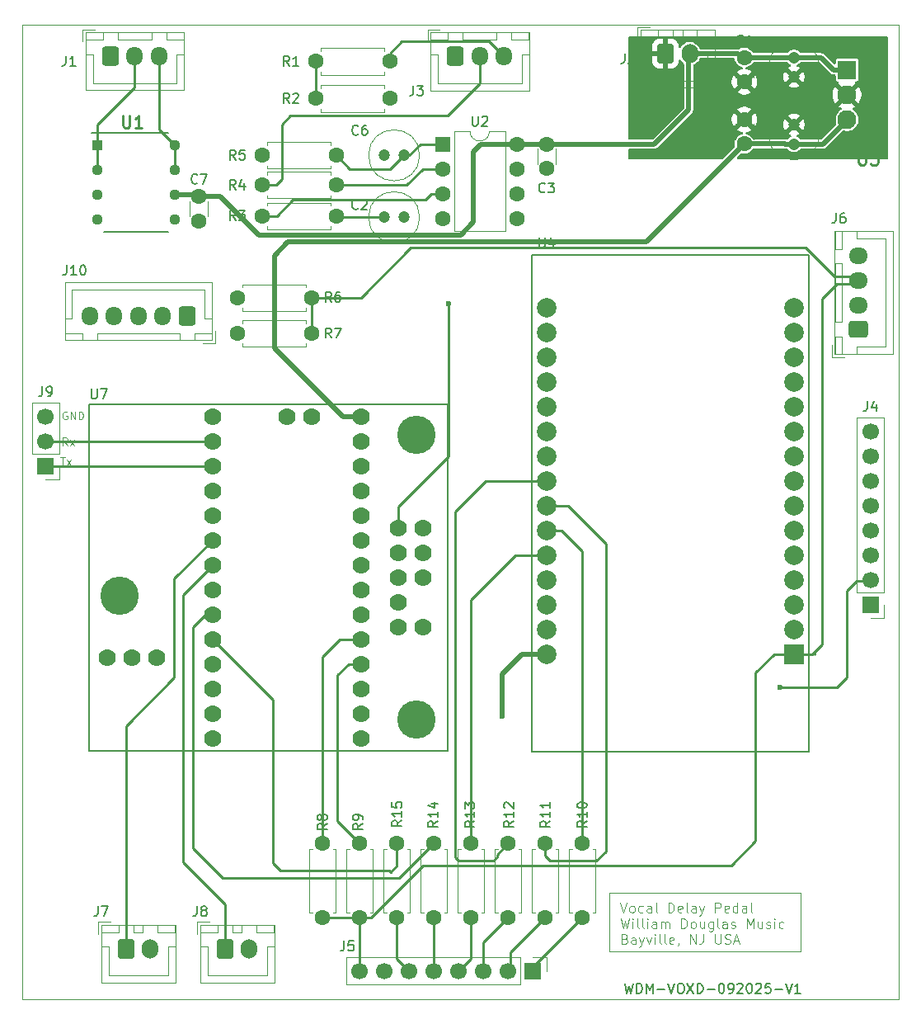
<source format=gbr>
%TF.GenerationSoftware,KiCad,Pcbnew,9.0.4*%
%TF.CreationDate,2025-09-25T15:45:26-04:00*%
%TF.ProjectId,Vocal Delay Pedal,566f6361-6c20-4446-956c-617920506564,1*%
%TF.SameCoordinates,Original*%
%TF.FileFunction,Copper,L1,Top*%
%TF.FilePolarity,Positive*%
%FSLAX46Y46*%
G04 Gerber Fmt 4.6, Leading zero omitted, Abs format (unit mm)*
G04 Created by KiCad (PCBNEW 9.0.4) date 2025-09-25 15:45:26*
%MOMM*%
%LPD*%
G01*
G04 APERTURE LIST*
G04 Aperture macros list*
%AMRoundRect*
0 Rectangle with rounded corners*
0 $1 Rounding radius*
0 $2 $3 $4 $5 $6 $7 $8 $9 X,Y pos of 4 corners*
0 Add a 4 corners polygon primitive as box body*
4,1,4,$2,$3,$4,$5,$6,$7,$8,$9,$2,$3,0*
0 Add four circle primitives for the rounded corners*
1,1,$1+$1,$2,$3*
1,1,$1+$1,$4,$5*
1,1,$1+$1,$6,$7*
1,1,$1+$1,$8,$9*
0 Add four rect primitives between the rounded corners*
20,1,$1+$1,$2,$3,$4,$5,0*
20,1,$1+$1,$4,$5,$6,$7,0*
20,1,$1+$1,$6,$7,$8,$9,0*
20,1,$1+$1,$8,$9,$2,$3,0*%
G04 Aperture macros list end*
%TA.AperFunction,ComponentPad*%
%ADD10RoundRect,0.250000X-0.600000X-0.750000X0.600000X-0.750000X0.600000X0.750000X-0.600000X0.750000X0*%
%TD*%
%TA.AperFunction,ComponentPad*%
%ADD11O,1.700000X2.000000*%
%TD*%
%TA.AperFunction,ComponentPad*%
%ADD12C,1.600000*%
%TD*%
%TA.AperFunction,ComponentPad*%
%ADD13R,1.700000X1.700000*%
%TD*%
%TA.AperFunction,ComponentPad*%
%ADD14C,1.700000*%
%TD*%
%TA.AperFunction,ComponentPad*%
%ADD15C,1.200000*%
%TD*%
%TA.AperFunction,ComponentPad*%
%ADD16RoundRect,0.250000X0.725000X-0.600000X0.725000X0.600000X-0.725000X0.600000X-0.725000X-0.600000X0*%
%TD*%
%TA.AperFunction,ComponentPad*%
%ADD17O,1.950000X1.700000*%
%TD*%
%TA.AperFunction,ComponentPad*%
%ADD18C,1.778000*%
%TD*%
%TA.AperFunction,ComponentPad*%
%ADD19C,3.937000*%
%TD*%
%TA.AperFunction,ComponentPad*%
%ADD20R,1.130000X1.130000*%
%TD*%
%TA.AperFunction,ComponentPad*%
%ADD21C,1.130000*%
%TD*%
%TA.AperFunction,ComponentPad*%
%ADD22RoundRect,0.250000X-0.550000X-0.550000X0.550000X-0.550000X0.550000X0.550000X-0.550000X0.550000X0*%
%TD*%
%TA.AperFunction,ComponentPad*%
%ADD23RoundRect,0.250000X0.600000X0.725000X-0.600000X0.725000X-0.600000X-0.725000X0.600000X-0.725000X0*%
%TD*%
%TA.AperFunction,ComponentPad*%
%ADD24O,1.700000X1.950000*%
%TD*%
%TA.AperFunction,ComponentPad*%
%ADD25RoundRect,0.250000X-0.600000X-0.725000X0.600000X-0.725000X0.600000X0.725000X-0.600000X0.725000X0*%
%TD*%
%TA.AperFunction,ComponentPad*%
%ADD26R,1.935000X1.935000*%
%TD*%
%TA.AperFunction,ComponentPad*%
%ADD27C,1.935000*%
%TD*%
%TA.AperFunction,ComponentPad*%
%ADD28R,2.000000X2.000000*%
%TD*%
%TA.AperFunction,ComponentPad*%
%ADD29C,2.000000*%
%TD*%
%TA.AperFunction,ViaPad*%
%ADD30C,0.600000*%
%TD*%
%TA.AperFunction,Conductor*%
%ADD31C,0.500000*%
%TD*%
%TA.AperFunction,Conductor*%
%ADD32C,0.250000*%
%TD*%
%ADD33C,0.080000*%
%ADD34C,0.200000*%
%ADD35C,0.100000*%
%ADD36C,0.150000*%
%ADD37C,0.254000*%
%ADD38C,0.120000*%
%ADD39C,0.127000*%
%TA.AperFunction,Profile*%
%ADD40C,0.050000*%
%TD*%
G04 APERTURE END LIST*
D10*
%TO.P,J7,1,Pin_1*%
%TO.N,Net-(J7-Pin_1)*%
X70477000Y-150807000D03*
D11*
%TO.P,J7,2,Pin_2*%
%TO.N,GND*%
X72977000Y-150807000D03*
%TD*%
D12*
%TO.P,R15,1*%
%TO.N,LED6*%
X98290000Y-140012000D03*
%TO.P,R15,2*%
%TO.N,Net-(J5-Pin_6)*%
X98290000Y-147632000D03*
%TD*%
D13*
%TO.P,J4,1,Pin_1*%
%TO.N,GND*%
X146931000Y-115501000D03*
D14*
%TO.P,J4,2,Pin_2*%
%TO.N,SIO4*%
X146931000Y-112961000D03*
%TO.P,J4,3,Pin_3*%
%TO.N,GND*%
X146931000Y-110421000D03*
%TO.P,J4,4,Pin_4*%
%TO.N,SIO3*%
X146931000Y-107881000D03*
%TO.P,J4,5,Pin_5*%
%TO.N,GND*%
X146931000Y-105341000D03*
%TO.P,J4,6,Pin_6*%
%TO.N,SIO2*%
X146931000Y-102801000D03*
%TO.P,J4,7,Pin_7*%
%TO.N,GND*%
X146931000Y-100261000D03*
%TO.P,J4,8,Pin_8*%
%TO.N,SIO1*%
X146931000Y-97721000D03*
%TD*%
D15*
%TO.P,C4,1*%
%TO.N,+9V*%
X139057000Y-59367000D03*
%TO.P,C4,2*%
%TO.N,GND*%
X139057000Y-61367000D03*
%TD*%
D12*
%TO.P,C9,1*%
%TO.N,GND*%
X133977000Y-65717000D03*
%TO.P,C9,2*%
%TO.N,+5V*%
X133977000Y-68217000D03*
%TD*%
%TO.P,R2,1*%
%TO.N,/VGND*%
X89948000Y-63575000D03*
%TO.P,R2,2*%
%TO.N,GND*%
X97568000Y-63575000D03*
%TD*%
D10*
%TO.P,J2,1,Pin_1*%
%TO.N,GND*%
X125869000Y-58969000D03*
D11*
%TO.P,J2,2,Pin_2*%
%TO.N,+9V*%
X128369000Y-58969000D03*
%TD*%
D12*
%TO.P,R10,1*%
%TO.N,LED1*%
X117340000Y-140012000D03*
%TO.P,R10,2*%
%TO.N,Net-(J5-Pin_1)*%
X117340000Y-147632000D03*
%TD*%
%TO.P,R5,1*%
%TO.N,Net-(U2A--)*%
X84447000Y-69400000D03*
%TO.P,R5,2*%
%TO.N,LINE_IN_L*%
X92067000Y-69400000D03*
%TD*%
%TO.P,R8,1*%
%TO.N,+3.3V*%
X90670000Y-147632000D03*
%TO.P,R8,2*%
%TO.N,SCL*%
X90670000Y-140012000D03*
%TD*%
%TO.P,R13,1*%
%TO.N,LED4*%
X105910000Y-140012000D03*
%TO.P,R13,2*%
%TO.N,Net-(J5-Pin_4)*%
X105910000Y-147632000D03*
%TD*%
D16*
%TO.P,J6,1,Pin_1*%
%TO.N,SDA*%
X145717000Y-87247000D03*
D17*
%TO.P,J6,2,Pin_2*%
%TO.N,SCL*%
X145717000Y-84747000D03*
%TO.P,J6,3,Pin_3*%
%TO.N,+3.3V*%
X145717000Y-82247000D03*
%TO.P,J6,4,Pin_4*%
%TO.N,GND*%
X145717000Y-79747000D03*
%TD*%
D13*
%TO.P,J9,1,Pin_1*%
%TO.N,Net-(J9-Pin_1)*%
X62222000Y-101277000D03*
D14*
%TO.P,J9,2,Pin_2*%
%TO.N,Net-(J9-Pin_2)*%
X62222000Y-98737000D03*
%TO.P,J9,3,Pin_3*%
%TO.N,GND*%
X62222000Y-96197000D03*
%TD*%
D12*
%TO.P,R3,1*%
%TO.N,/VGND*%
X92067000Y-75623000D03*
%TO.P,R3,2*%
%TO.N,Net-(U2A-+)*%
X84447000Y-75623000D03*
%TD*%
D18*
%TO.P,U7,0,0*%
%TO.N,Net-(J9-Pin_2)*%
X79367000Y-98737000D03*
%TO.P,U7,1,1*%
%TO.N,Net-(J9-Pin_1)*%
X79367000Y-101277000D03*
%TO.P,U7,2,2*%
%TO.N,unconnected-(U7-Pad2)*%
X79367000Y-103817000D03*
%TO.P,U7,3,3*%
%TO.N,unconnected-(U7-Pad3)*%
X79367000Y-106357000D03*
%TO.P,U7,3V,3V*%
%TO.N,unconnected-(U7-Pad3V)*%
X94607000Y-101277000D03*
%TO.P,U7,4,4*%
%TO.N,Net-(J7-Pin_1)*%
X79367000Y-108897000D03*
%TO.P,U7,5,5*%
%TO.N,Net-(J8-Pin_1)*%
X79367000Y-111437000D03*
%TO.P,U7,5V,5V*%
%TO.N,+5V*%
X94607000Y-96197000D03*
%TO.P,U7,6,MEMCS*%
%TO.N,unconnected-(U7-MEMCS-Pad6)*%
X79367000Y-113977000D03*
%TO.P,U7,7,OUT1A*%
%TO.N,LED5*%
X79367000Y-116517000D03*
%TO.P,U7,8,IN1*%
%TO.N,LED6*%
X79367000Y-119057000D03*
%TO.P,U7,9,9*%
%TO.N,unconnected-(U7-Pad9)*%
X79367000Y-121597000D03*
%TO.P,U7,10,SDCS*%
%TO.N,unconnected-(U7-SDCS-Pad10)*%
X79367000Y-124137000D03*
%TO.P,U7,11,MOSI*%
%TO.N,unconnected-(U7-MOSI-Pad11)*%
X79367000Y-126677000D03*
%TO.P,U7,12,MISO*%
%TO.N,unconnected-(U7-MISO-Pad12)*%
X79367000Y-129217000D03*
%TO.P,U7,13,SCK*%
%TO.N,unconnected-(U7-SCK-Pad13)*%
X94607000Y-129217000D03*
%TO.P,U7,14,14*%
%TO.N,SIO3*%
X94607000Y-126677000D03*
%TO.P,U7,15,VOL15_A1*%
%TO.N,SIO4*%
X94607000Y-124137000D03*
%TO.P,U7,16,16*%
%TO.N,SDA*%
X94607000Y-121597000D03*
%TO.P,U7,17,17*%
%TO.N,SCL*%
X94607000Y-119057000D03*
%TO.P,U7,18,SDA*%
%TO.N,unconnected-(U7-SDA-Pad18)*%
X94607000Y-116517000D03*
%TO.P,U7,19,SCL*%
%TO.N,unconnected-(U7-SCL-Pad19)*%
X94607000Y-113977000D03*
%TO.P,U7,20,LRCLK1*%
%TO.N,unconnected-(U7-LRCLK1-Pad20)*%
X94607000Y-111437000D03*
%TO.P,U7,21,BCLK1*%
%TO.N,unconnected-(U7-BCLK1-Pad21)*%
X94607000Y-108897000D03*
%TO.P,U7,22,22*%
%TO.N,unconnected-(U7-Pad22)*%
X94607000Y-106357000D03*
%TO.P,U7,23,MCLK1*%
%TO.N,unconnected-(U7-MCLK1-Pad23)*%
X94607000Y-103817000D03*
%TO.P,U7,G,G*%
%TO.N,GND*%
X94607000Y-98737000D03*
%TO.P,U7,GND,GND*%
X79367000Y-96197000D03*
%TO.P,U7,GND_MIC,MIC_GND*%
%TO.N,unconnected-(U7-MIC_GND-PadGND_MIC)*%
X86987000Y-96197000D03*
%TO.P,U7,INGND1,INGND1*%
%TO.N,GND*%
X100957000Y-107627000D03*
%TO.P,U7,INGND2,INGND2*%
%TO.N,unconnected-(U7-PadINGND2)*%
X100957000Y-110167000D03*
%TO.P,U7,INL,INL*%
%TO.N,LINE_IN_L*%
X98417000Y-107627000D03*
%TO.P,U7,INR,INR*%
%TO.N,unconnected-(U7-PadINR)*%
X98417000Y-110167000D03*
%TO.P,U7,MIC,MIC*%
%TO.N,unconnected-(U7-PadMIC)*%
X89527000Y-96197000D03*
%TO.P,U7,OUTGND,OUTGND*%
%TO.N,GND*%
X98417000Y-115247000D03*
%TO.P,U7,OUTL,OUTL*%
%TO.N,LINE_OUT_L*%
X98417000Y-117787000D03*
%TO.P,U7,OUTR,OUTR*%
%TO.N,unconnected-(U7-PadOUTR)*%
X98417000Y-112707000D03*
D19*
%TO.P,U7,S1*%
%TO.N,N/C*%
X100322000Y-98102000D03*
%TO.P,U7,S2*%
X100322000Y-127312000D03*
%TO.P,U7,S3*%
X69842000Y-114612000D03*
D18*
%TO.P,U7,UNUSED1*%
X100957000Y-112707000D03*
%TO.P,U7,UNUSED2*%
X100957000Y-117787000D03*
%TO.P,U7,VOL,VOL*%
%TO.N,unconnected-(U7-PadVOL)*%
X71112000Y-120962000D03*
%TO.P,U7,VOL_3.3V,VOL_3.3V*%
%TO.N,unconnected-(U7-PadVOL_3.3V)*%
X68572000Y-120962000D03*
%TO.P,U7,VOL_GND,VOL_GND*%
%TO.N,unconnected-(U7-PadVOL_GND)*%
X73652000Y-120962000D03*
%TD*%
D20*
%TO.P,U1,1,-VO*%
%TO.N,Net-(J1-Pin_2)*%
X67523000Y-68384000D03*
D21*
%TO.P,U1,2,-SENSE*%
X67523000Y-70924000D03*
%TO.P,U1,3,GND*%
%TO.N,GND*%
X67523000Y-73464000D03*
%TO.P,U1,4,V_IN*%
%TO.N,LINE_OUT_L*%
X67523000Y-76004000D03*
%TO.P,U1,5,V-*%
%TO.N,GND*%
X75463000Y-76004000D03*
%TO.P,U1,6,V+*%
%TO.N,+9V*%
X75463000Y-73464000D03*
%TO.P,U1,7,+SENSE*%
%TO.N,Net-(J1-Pin_3)*%
X75463000Y-70924000D03*
%TO.P,U1,8,+VO*%
X75463000Y-68384000D03*
%TD*%
D12*
%TO.P,R6,1*%
%TO.N,+3.3V*%
X89527000Y-84005000D03*
%TO.P,R6,2*%
%TO.N,Net-(J10-Pin_1)*%
X81907000Y-84005000D03*
%TD*%
%TO.P,R4,1*%
%TO.N,Net-(J3-Pin_2)*%
X84447000Y-72448000D03*
%TO.P,R4,2*%
%TO.N,Net-(U2A--)*%
X92067000Y-72448000D03*
%TD*%
%TO.P,C1,1*%
%TO.N,+9V*%
X133977000Y-59367000D03*
%TO.P,C1,2*%
%TO.N,GND*%
X133977000Y-61867000D03*
%TD*%
D22*
%TO.P,U2,1*%
%TO.N,LINE_IN_L*%
X102994000Y-68257000D03*
D12*
%TO.P,U2,2,-*%
%TO.N,Net-(U2A--)*%
X102994000Y-70797000D03*
%TO.P,U2,3,+*%
%TO.N,Net-(U2A-+)*%
X102994000Y-73337000D03*
%TO.P,U2,4,V-*%
%TO.N,GND*%
X102994000Y-75877000D03*
%TO.P,U2,5,+*%
%TO.N,unconnected-(U2B-+-Pad5)*%
X110614000Y-75877000D03*
%TO.P,U2,6,-*%
%TO.N,unconnected-(U2B---Pad6)*%
X110614000Y-73337000D03*
%TO.P,U2,7*%
%TO.N,unconnected-(U2-Pad7)*%
X110614000Y-70797000D03*
%TO.P,U2,8,V+*%
%TO.N,+9V*%
X110614000Y-68257000D03*
%TD*%
D23*
%TO.P,J10,1,Pin_1*%
%TO.N,Net-(J10-Pin_1)*%
X76747000Y-85927000D03*
D24*
%TO.P,J10,2,Pin_2*%
%TO.N,Net-(J10-Pin_2)*%
X74247000Y-85927000D03*
%TO.P,J10,3,Pin_3*%
%TO.N,Net-(J10-Pin_3)*%
X71747000Y-85927000D03*
%TO.P,J10,4,Pin_4*%
%TO.N,GND*%
X69247000Y-85927000D03*
%TO.P,J10,5,Pin_5*%
X66747000Y-85927000D03*
%TD*%
D12*
%TO.P,R14,1*%
%TO.N,LED5*%
X102100000Y-140012000D03*
%TO.P,R14,2*%
%TO.N,Net-(J5-Pin_5)*%
X102100000Y-147632000D03*
%TD*%
D25*
%TO.P,J1,1,Pin_1*%
%TO.N,GND*%
X68866000Y-59223000D03*
D24*
%TO.P,J1,2,Pin_2*%
%TO.N,Net-(J1-Pin_2)*%
X71366000Y-59223000D03*
%TO.P,J1,3,Pin_3*%
%TO.N,Net-(J1-Pin_3)*%
X73866000Y-59223000D03*
%TD*%
D26*
%TO.P,U3,1,IN*%
%TO.N,+9V*%
X144518000Y-60637000D03*
D27*
%TO.P,U3,2,GND*%
%TO.N,GND*%
X144518000Y-63177000D03*
%TO.P,U3,3,OUT*%
%TO.N,+5V*%
X144518000Y-65717000D03*
%TD*%
D12*
%TO.P,R1,1*%
%TO.N,Net-(J3-Pin_3)*%
X97568000Y-59765000D03*
%TO.P,R1,2*%
%TO.N,/VGND*%
X89948000Y-59765000D03*
%TD*%
%TO.P,R7,1*%
%TO.N,+3.3V*%
X89527000Y-87677000D03*
%TO.P,R7,2*%
%TO.N,Net-(J10-Pin_2)*%
X81907000Y-87677000D03*
%TD*%
D25*
%TO.P,J3,1,Pin_1*%
%TO.N,GND*%
X104299000Y-59240000D03*
D24*
%TO.P,J3,2,Pin_2*%
%TO.N,Net-(J3-Pin_2)*%
X106799000Y-59240000D03*
%TO.P,J3,3,Pin_3*%
%TO.N,Net-(J3-Pin_3)*%
X109299000Y-59240000D03*
%TD*%
D12*
%TO.P,C3,1*%
%TO.N,+9V*%
X113657000Y-68257000D03*
%TO.P,C3,2*%
%TO.N,GND*%
X113657000Y-70757000D03*
%TD*%
D10*
%TO.P,J8,1,Pin_1*%
%TO.N,Net-(J8-Pin_1)*%
X80637000Y-150807000D03*
D11*
%TO.P,J8,2,Pin_2*%
%TO.N,GND*%
X83137000Y-150807000D03*
%TD*%
D15*
%TO.P,C2,1*%
%TO.N,/VGND*%
X97004000Y-75750000D03*
%TO.P,C2,2*%
%TO.N,GND*%
X99004000Y-75750000D03*
%TD*%
D12*
%TO.P,R11,1*%
%TO.N,LED2*%
X113530000Y-140012000D03*
%TO.P,R11,2*%
%TO.N,Net-(J5-Pin_2)*%
X113530000Y-147632000D03*
%TD*%
D15*
%TO.P,C6,1*%
%TO.N,LINE_IN_L*%
X99004000Y-69400000D03*
%TO.P,C6,2*%
%TO.N,GND*%
X97004000Y-69400000D03*
%TD*%
D28*
%TO.P,U4,1,3V3*%
%TO.N,+3.3V*%
X139057000Y-120602000D03*
D29*
%TO.P,U4,2,GND*%
%TO.N,GND*%
X139057000Y-118062000D03*
%TO.P,U4,3,D15*%
%TO.N,unconnected-(U4-D15-Pad3)*%
X139057000Y-115522000D03*
%TO.P,U4,4,D2*%
%TO.N,unconnected-(U4-D2-Pad4)*%
X139057000Y-112982000D03*
%TO.P,U4,5,D4*%
%TO.N,unconnected-(U4-D4-Pad5)*%
X139057000Y-110442000D03*
%TO.P,U4,6,RX2*%
%TO.N,SIO2*%
X139057000Y-107902000D03*
%TO.P,U4,7,TX2*%
%TO.N,unconnected-(U4-TX2-Pad7)*%
X139057000Y-105362000D03*
%TO.P,U4,8,D5*%
%TO.N,unconnected-(U4-D5-Pad8)*%
X139057000Y-102822000D03*
%TO.P,U4,9,D18*%
%TO.N,unconnected-(U4-D18-Pad9)*%
X139057000Y-100282000D03*
%TO.P,U4,10,D19*%
%TO.N,unconnected-(U4-D19-Pad10)*%
X139057000Y-97742000D03*
%TO.P,U4,11,D21*%
%TO.N,SDA*%
X139057000Y-95202000D03*
%TO.P,U4,12,RX0*%
%TO.N,unconnected-(U4-RX0-Pad12)*%
X139057000Y-92662000D03*
%TO.P,U4,13,TX0*%
%TO.N,unconnected-(U4-TX0-Pad13)*%
X139057000Y-90122000D03*
%TO.P,U4,14,D22*%
%TO.N,SCL*%
X139057000Y-87582000D03*
%TO.P,U4,15,D23*%
%TO.N,unconnected-(U4-D23-Pad15)*%
X139057000Y-85042000D03*
%TO.P,U4,16,EN*%
%TO.N,unconnected-(U4-EN-Pad16)*%
X113657000Y-85042000D03*
%TO.P,U4,17,VP*%
%TO.N,unconnected-(U4-VP-Pad17)*%
X113657000Y-87582000D03*
%TO.P,U4,18,VN*%
%TO.N,unconnected-(U4-VN-Pad18)*%
X113657000Y-90122000D03*
%TO.P,U4,19,D34*%
%TO.N,Net-(J10-Pin_1)*%
X113657000Y-92662000D03*
%TO.P,U4,20,D35*%
%TO.N,Net-(J10-Pin_2)*%
X113657000Y-95202000D03*
%TO.P,U4,21,D32*%
%TO.N,Net-(J10-Pin_3)*%
X113657000Y-97742000D03*
%TO.P,U4,22,D33*%
%TO.N,SIO1*%
X113657000Y-100282000D03*
%TO.P,U4,23,D25*%
%TO.N,LED3*%
X113657000Y-102822000D03*
%TO.P,U4,24,D26*%
%TO.N,LED2*%
X113657000Y-105362000D03*
%TO.P,U4,25,D27*%
%TO.N,LED1*%
X113657000Y-107902000D03*
%TO.P,U4,26,D14*%
%TO.N,LED4*%
X113657000Y-110442000D03*
%TO.P,U4,27,D12*%
%TO.N,unconnected-(U4-D12-Pad27)*%
X113657000Y-112982000D03*
%TO.P,U4,28,D13*%
%TO.N,unconnected-(U4-D13-Pad28)*%
X113657000Y-115522000D03*
%TO.P,U4,29,GND*%
%TO.N,GND*%
X113657000Y-118062000D03*
%TO.P,U4,30,VIN*%
%TO.N,+5V*%
X113657000Y-120602000D03*
%TD*%
D15*
%TO.P,C5,1*%
%TO.N,+5V*%
X139057000Y-68257000D03*
%TO.P,C5,2*%
%TO.N,GND*%
X139057000Y-66257000D03*
%TD*%
D12*
%TO.P,R9,1*%
%TO.N,+3.3V*%
X94480000Y-147632000D03*
%TO.P,R9,2*%
%TO.N,SDA*%
X94480000Y-140012000D03*
%TD*%
D13*
%TO.P,J5,1,Pin_1*%
%TO.N,Net-(J5-Pin_1)*%
X112260000Y-153093000D03*
D14*
%TO.P,J5,2,Pin_2*%
%TO.N,Net-(J5-Pin_2)*%
X109720000Y-153093000D03*
%TO.P,J5,3,Pin_3*%
%TO.N,Net-(J5-Pin_3)*%
X107180000Y-153093000D03*
%TO.P,J5,4,Pin_4*%
%TO.N,Net-(J5-Pin_4)*%
X104640000Y-153093000D03*
%TO.P,J5,5,Pin_5*%
%TO.N,Net-(J5-Pin_5)*%
X102100000Y-153093000D03*
%TO.P,J5,6,Pin_6*%
%TO.N,Net-(J5-Pin_6)*%
X99560000Y-153093000D03*
%TO.P,J5,7,Pin_7*%
%TO.N,GND*%
X97020000Y-153093000D03*
%TO.P,J5,8,Pin_8*%
%TO.N,+3.3V*%
X94480000Y-153093000D03*
%TD*%
D12*
%TO.P,R12,1*%
%TO.N,LED3*%
X109720000Y-140012000D03*
%TO.P,R12,2*%
%TO.N,Net-(J5-Pin_3)*%
X109720000Y-147632000D03*
%TD*%
%TO.P,C7,1*%
%TO.N,+9V*%
X77970000Y-73611000D03*
%TO.P,C7,2*%
%TO.N,GND*%
X77970000Y-76111000D03*
%TD*%
D30*
%TO.N,GND*%
X122547000Y-63685000D03*
X141851000Y-57589000D03*
X148455000Y-57589000D03*
X141978000Y-63939000D03*
X142105000Y-69273000D03*
X131945000Y-57589000D03*
X136517000Y-63812000D03*
X122547000Y-69400000D03*
X136009000Y-69400000D03*
X132072000Y-63812000D03*
X122547000Y-57589000D03*
X148455000Y-63939000D03*
X136263000Y-57589000D03*
X131056000Y-69400000D03*
X148455000Y-69400000D03*
%TO.N,+5V*%
X109085000Y-126931000D03*
%TO.N,SIO4*%
X137660000Y-124010000D03*
%TO.N,LINE_IN_L*%
X103624000Y-84640000D03*
%TD*%
D31*
%TO.N,+9V*%
X84127000Y-77589000D02*
X104833000Y-77589000D01*
X106164000Y-69019000D02*
X106926000Y-68257000D01*
X77823000Y-73464000D02*
X77970000Y-73611000D01*
X106926000Y-68257000D02*
X110614000Y-68257000D01*
X80149000Y-73611000D02*
X84127000Y-77589000D01*
X104833000Y-77589000D02*
X106164000Y-76258000D01*
X141851000Y-59367000D02*
X139057000Y-59367000D01*
X133977000Y-59367000D02*
X133723000Y-59367000D01*
X77970000Y-73611000D02*
X80149000Y-73611000D01*
X128262000Y-59076000D02*
X128369000Y-58969000D01*
X113657000Y-68257000D02*
X124706000Y-68257000D01*
X124706000Y-68257000D02*
X128262000Y-64701000D01*
X113657000Y-68257000D02*
X110614000Y-68257000D01*
X144557000Y-60637000D02*
X143121000Y-60637000D01*
X143121000Y-60637000D02*
X141851000Y-59367000D01*
X133325000Y-58969000D02*
X128369000Y-58969000D01*
X106164000Y-76258000D02*
X106164000Y-69019000D01*
X139057000Y-59367000D02*
X133977000Y-59367000D01*
X128262000Y-64701000D02*
X128262000Y-59076000D01*
X75463000Y-73464000D02*
X77823000Y-73464000D01*
X133723000Y-59367000D02*
X133325000Y-58969000D01*
D32*
%TO.N,/VGND*%
X97004000Y-75750000D02*
X92194000Y-75750000D01*
X89948000Y-59765000D02*
X89948000Y-63575000D01*
X92194000Y-75750000D02*
X92067000Y-75623000D01*
D31*
%TO.N,+5V*%
X142017000Y-68257000D02*
X139057000Y-68257000D01*
X138168000Y-68257000D02*
X138128000Y-68217000D01*
X109085000Y-122613000D02*
X109085000Y-126931000D01*
X111096000Y-120602000D02*
X110609000Y-121089000D01*
X85717000Y-89177000D02*
X85717000Y-79687000D01*
X113657000Y-120602000D02*
X111096000Y-120602000D01*
X123904000Y-78290000D02*
X133977000Y-68217000D01*
X139057000Y-68257000D02*
X138168000Y-68257000D01*
X138128000Y-68217000D02*
X133977000Y-68217000D01*
X94607000Y-96197000D02*
X92737000Y-96197000D01*
X92737000Y-96197000D02*
X85717000Y-89177000D01*
X87114000Y-78290000D02*
X123904000Y-78290000D01*
X110609000Y-121089000D02*
X109085000Y-122613000D01*
X85717000Y-79687000D02*
X87114000Y-78290000D01*
X144557000Y-65717000D02*
X142017000Y-68257000D01*
D32*
%TO.N,Net-(J3-Pin_2)*%
X87368000Y-65336000D02*
X103497000Y-65336000D01*
X86479000Y-66225000D02*
X87368000Y-65336000D01*
X106799000Y-62034000D02*
X106799000Y-59581000D01*
X84447000Y-72448000D02*
X85865491Y-72448000D01*
X106799000Y-59581000D02*
X106458000Y-59240000D01*
X85865491Y-72448000D02*
X86479000Y-71834491D01*
X86479000Y-71834491D02*
X86479000Y-66225000D01*
X103497000Y-65336000D02*
X106799000Y-62034000D01*
%TO.N,Net-(J3-Pin_3)*%
X107775000Y-57716000D02*
X98798000Y-57716000D01*
X97568000Y-58946000D02*
X97568000Y-59765000D01*
X98798000Y-57716000D02*
X97568000Y-58946000D01*
X109299000Y-59240000D02*
X107775000Y-57716000D01*
%TO.N,SDA*%
X93337000Y-121597000D02*
X94607000Y-121597000D01*
X94480000Y-140012000D02*
X92194000Y-137726000D01*
X92194000Y-137726000D02*
X92194000Y-122740000D01*
X92194000Y-122740000D02*
X93337000Y-121597000D01*
%TO.N,+3.3V*%
X94480000Y-147632000D02*
X90670000Y-147632000D01*
X89527000Y-84005000D02*
X89527000Y-87677000D01*
X140941000Y-120602000D02*
X141978000Y-119565000D01*
X99746000Y-78866000D02*
X140251891Y-78866000D01*
X141978000Y-119565000D02*
X141978000Y-84132000D01*
X143231891Y-81846000D02*
X145316000Y-81846000D01*
X132637000Y-142241000D02*
X135120000Y-139758000D01*
X89527000Y-84005000D02*
X94607000Y-84005000D01*
X143502000Y-82608000D02*
X145356000Y-82608000D01*
X94480000Y-147632000D02*
X94480000Y-153093000D01*
X140251891Y-78866000D02*
X143231891Y-81846000D01*
X94607000Y-84005000D02*
X99746000Y-78866000D01*
X101002370Y-142241000D02*
X132637000Y-142241000D01*
X95611370Y-147632000D02*
X101002370Y-142241000D01*
X145316000Y-81846000D02*
X145717000Y-82247000D01*
X135120000Y-139758000D02*
X135120000Y-122486000D01*
X137004000Y-120602000D02*
X139057000Y-120602000D01*
X139057000Y-120602000D02*
X140941000Y-120602000D01*
X145356000Y-82608000D02*
X145717000Y-82247000D01*
X94480000Y-147632000D02*
X95611370Y-147632000D01*
X141978000Y-84132000D02*
X143502000Y-82608000D01*
X135120000Y-122486000D02*
X137004000Y-120602000D01*
%TO.N,SCL*%
X92448000Y-119057000D02*
X94607000Y-119057000D01*
X90670000Y-140012000D02*
X90670000Y-120835000D01*
X90670000Y-120835000D02*
X92448000Y-119057000D01*
%TO.N,Net-(J7-Pin_1)*%
X70477000Y-127947000D02*
X75430000Y-122994000D01*
X75430000Y-122994000D02*
X75430000Y-112834000D01*
X70477000Y-150807000D02*
X70477000Y-127947000D01*
X75430000Y-112834000D02*
X79367000Y-108897000D01*
%TO.N,Net-(J8-Pin_1)*%
X80637000Y-146235000D02*
X80637000Y-150807000D01*
X76319000Y-141917000D02*
X80637000Y-146235000D01*
X76319000Y-114485000D02*
X76319000Y-141917000D01*
X79367000Y-111437000D02*
X76319000Y-114485000D01*
%TO.N,Net-(J9-Pin_2)*%
X62857000Y-98737000D02*
X79367000Y-98737000D01*
%TO.N,LED2*%
X118775016Y-141790000D02*
X119753000Y-140812016D01*
X114038000Y-141790000D02*
X118775016Y-141790000D01*
X113530000Y-140012000D02*
X113530000Y-141282000D01*
X119753000Y-109278000D02*
X115837000Y-105362000D01*
X119753000Y-140812016D02*
X119753000Y-109278000D01*
X113530000Y-141282000D02*
X114038000Y-141790000D01*
X115837000Y-105362000D02*
X113657000Y-105362000D01*
%TO.N,LED5*%
X78605000Y-116517000D02*
X79367000Y-116517000D01*
X77335000Y-140520000D02*
X77335000Y-117787000D01*
X98544000Y-143568000D02*
X80383000Y-143568000D01*
X102100000Y-140012000D02*
X98544000Y-143568000D01*
X80383000Y-143568000D02*
X77335000Y-140520000D01*
X77335000Y-117787000D02*
X78605000Y-116517000D01*
%TO.N,LED4*%
X105910000Y-114993000D02*
X110482000Y-110421000D01*
X110503000Y-110442000D02*
X113657000Y-110442000D01*
X110482000Y-110421000D02*
X110503000Y-110442000D01*
X105910000Y-140012000D02*
X105910000Y-114993000D01*
%TO.N,LED1*%
X117340000Y-110040000D02*
X115181000Y-107881000D01*
X115160000Y-107902000D02*
X113657000Y-107902000D01*
X117340000Y-140012000D02*
X117340000Y-110040000D01*
X115181000Y-107881000D02*
X115160000Y-107902000D01*
%TO.N,LED3*%
X104259000Y-141409000D02*
X104259000Y-105976000D01*
X109720000Y-140012000D02*
X108594000Y-141138000D01*
X107413000Y-102822000D02*
X113657000Y-102822000D01*
X104259000Y-105976000D02*
X107413000Y-102822000D01*
X104640000Y-141790000D02*
X104259000Y-141409000D01*
X108594000Y-141392000D02*
X108196000Y-141790000D01*
X108196000Y-141790000D02*
X104640000Y-141790000D01*
X108594000Y-141138000D02*
X108594000Y-141392000D01*
%TO.N,LED6*%
X85590000Y-142044000D02*
X86352000Y-142806000D01*
X98290000Y-142298000D02*
X98290000Y-140012000D01*
X85590000Y-125280000D02*
X85590000Y-142044000D01*
X86352000Y-142806000D02*
X97528000Y-142806000D01*
X97655000Y-142933000D02*
X98290000Y-142298000D01*
X79367000Y-119057000D02*
X85590000Y-125280000D01*
X97528000Y-142806000D02*
X97655000Y-142933000D01*
%TO.N,SIO4*%
X137660000Y-124010000D02*
X143502000Y-124010000D01*
X146804000Y-113088000D02*
X146931000Y-112961000D01*
X143502000Y-124010000D02*
X144518000Y-122994000D01*
X145534000Y-113088000D02*
X146804000Y-113088000D01*
X144518000Y-114104000D02*
X145534000Y-113088000D01*
X144518000Y-122994000D02*
X144518000Y-114104000D01*
%TO.N,LINE_IN_L*%
X97607000Y-70797000D02*
X93464000Y-70797000D01*
X99004000Y-69400000D02*
X99560000Y-69400000D01*
X98417000Y-105468000D02*
X98417000Y-107627000D01*
X103624000Y-100261000D02*
X98417000Y-105468000D01*
X100703000Y-68257000D02*
X102994000Y-68257000D01*
X93464000Y-70797000D02*
X92067000Y-69400000D01*
X103624000Y-84640000D02*
X103624000Y-100261000D01*
X99560000Y-69400000D02*
X100703000Y-68257000D01*
X99004000Y-69400000D02*
X97607000Y-70797000D01*
%TO.N,Net-(J1-Pin_2)*%
X67523000Y-68384000D02*
X67523000Y-70924000D01*
X67523000Y-66258000D02*
X67523000Y-68384000D01*
X71366000Y-62415000D02*
X67523000Y-66258000D01*
X71366000Y-59223000D02*
X71366000Y-62415000D01*
%TO.N,Net-(J1-Pin_3)*%
X75463000Y-70924000D02*
X75463000Y-68384000D01*
X73866000Y-66787000D02*
X73866000Y-59223000D01*
X75463000Y-68384000D02*
X73866000Y-66787000D01*
%TO.N,Net-(J9-Pin_1)*%
X62857000Y-101277000D02*
X79367000Y-101277000D01*
%TO.N,Net-(U2A-+)*%
X101846000Y-73337000D02*
X101211000Y-73972000D01*
X101211000Y-73972000D02*
X87622000Y-73972000D01*
X85971000Y-75623000D02*
X84447000Y-75623000D01*
X87622000Y-73972000D02*
X85971000Y-75623000D01*
X102994000Y-73337000D02*
X101846000Y-73337000D01*
%TO.N,Net-(U2A--)*%
X99306000Y-72448000D02*
X100957000Y-70797000D01*
X100957000Y-70797000D02*
X102994000Y-70797000D01*
X92829000Y-72448000D02*
X99306000Y-72448000D01*
%TO.N,Net-(J5-Pin_3)*%
X107180000Y-150172000D02*
X107180000Y-153093000D01*
X109720000Y-147632000D02*
X107180000Y-150172000D01*
%TO.N,Net-(J5-Pin_2)*%
X109974000Y-152839000D02*
X109720000Y-153093000D01*
X113530000Y-147632000D02*
X109974000Y-151188000D01*
X109974000Y-151188000D02*
X109974000Y-152839000D01*
%TO.N,Net-(J5-Pin_6)*%
X98290000Y-147632000D02*
X98290000Y-151823000D01*
X98290000Y-151823000D02*
X99560000Y-153093000D01*
%TO.N,Net-(J5-Pin_5)*%
X102100000Y-147632000D02*
X102100000Y-153093000D01*
%TO.N,Net-(J5-Pin_1)*%
X117340000Y-147632000D02*
X112260000Y-152712000D01*
X112260000Y-152712000D02*
X112260000Y-153093000D01*
%TO.N,Net-(J5-Pin_4)*%
X105910000Y-151823000D02*
X104640000Y-153093000D01*
X105910000Y-147632000D02*
X105910000Y-151823000D01*
%TD*%
%TA.AperFunction,Conductor*%
%TO.N,GND*%
G36*
X132932617Y-59439185D02*
G01*
X132978372Y-59491989D01*
X132987195Y-59519309D01*
X133014947Y-59658827D01*
X133014950Y-59658839D01*
X133090364Y-59840907D01*
X133090371Y-59840920D01*
X133199860Y-60004781D01*
X133199863Y-60004785D01*
X133339214Y-60144136D01*
X133339218Y-60144139D01*
X133503079Y-60253628D01*
X133503092Y-60253635D01*
X133673927Y-60324396D01*
X133685165Y-60329051D01*
X133685169Y-60329051D01*
X133685170Y-60329052D01*
X133754112Y-60342766D01*
X133816023Y-60375151D01*
X133850597Y-60435867D01*
X133846857Y-60505636D01*
X133805990Y-60562308D01*
X133749318Y-60586856D01*
X133672582Y-60599009D01*
X133477968Y-60662244D01*
X133295644Y-60755143D01*
X133251077Y-60787523D01*
X133251077Y-60787524D01*
X133930554Y-61467000D01*
X133924339Y-61467000D01*
X133822606Y-61494259D01*
X133731394Y-61546920D01*
X133656920Y-61621394D01*
X133604259Y-61712606D01*
X133577000Y-61814339D01*
X133577000Y-61820553D01*
X132897524Y-61141077D01*
X132897523Y-61141077D01*
X132865143Y-61185644D01*
X132772244Y-61367968D01*
X132709009Y-61562582D01*
X132677000Y-61764682D01*
X132677000Y-61969317D01*
X132709009Y-62171417D01*
X132772244Y-62366031D01*
X132865141Y-62548350D01*
X132865147Y-62548359D01*
X132897523Y-62592921D01*
X132897524Y-62592922D01*
X133577000Y-61913446D01*
X133577000Y-61919661D01*
X133604259Y-62021394D01*
X133656920Y-62112606D01*
X133731394Y-62187080D01*
X133822606Y-62239741D01*
X133924339Y-62267000D01*
X133930553Y-62267000D01*
X133251076Y-62946474D01*
X133295650Y-62978859D01*
X133477968Y-63071755D01*
X133672582Y-63134990D01*
X133874683Y-63167000D01*
X134079317Y-63167000D01*
X134281417Y-63134990D01*
X134476031Y-63071755D01*
X134658349Y-62978859D01*
X134689377Y-62956316D01*
X134702921Y-62946474D01*
X134023447Y-62267000D01*
X134029661Y-62267000D01*
X134131394Y-62239741D01*
X134222606Y-62187080D01*
X134297080Y-62112606D01*
X134349741Y-62021394D01*
X134377000Y-61919661D01*
X134377000Y-61913447D01*
X135056474Y-62592921D01*
X135088859Y-62548349D01*
X135181755Y-62366031D01*
X135202141Y-62303289D01*
X138474261Y-62303289D01*
X138474262Y-62303290D01*
X138480471Y-62307801D01*
X138634742Y-62386408D01*
X138799415Y-62439914D01*
X138970429Y-62467000D01*
X139143571Y-62467000D01*
X139314584Y-62439914D01*
X139479257Y-62386408D01*
X139633525Y-62307803D01*
X139639736Y-62303289D01*
X139639737Y-62303289D01*
X139057001Y-61720553D01*
X139057000Y-61720553D01*
X138474261Y-62303289D01*
X135202141Y-62303289D01*
X135229948Y-62217711D01*
X135244990Y-62171417D01*
X135277000Y-61969317D01*
X135277000Y-61764682D01*
X135244990Y-61562582D01*
X135181755Y-61367968D01*
X135163352Y-61331851D01*
X135137151Y-61280428D01*
X137957000Y-61280428D01*
X137957000Y-61453571D01*
X137984085Y-61624584D01*
X138037592Y-61789259D01*
X138116196Y-61943525D01*
X138120709Y-61949736D01*
X138120709Y-61949737D01*
X138703446Y-61367001D01*
X138703446Y-61366999D01*
X138663951Y-61327504D01*
X138757000Y-61327504D01*
X138757000Y-61406496D01*
X138777444Y-61482796D01*
X138816940Y-61551205D01*
X138872795Y-61607060D01*
X138941204Y-61646556D01*
X139017504Y-61667000D01*
X139096496Y-61667000D01*
X139172796Y-61646556D01*
X139241205Y-61607060D01*
X139297060Y-61551205D01*
X139336556Y-61482796D01*
X139357000Y-61406496D01*
X139357000Y-61366999D01*
X139410553Y-61366999D01*
X139410553Y-61367000D01*
X139993289Y-61949736D01*
X139997803Y-61943525D01*
X140076408Y-61789257D01*
X140129914Y-61624584D01*
X140157000Y-61453571D01*
X140157000Y-61280428D01*
X140129914Y-61109415D01*
X140076408Y-60944742D01*
X139997801Y-60790471D01*
X139993290Y-60784262D01*
X139993289Y-60784261D01*
X139410553Y-61366999D01*
X139357000Y-61366999D01*
X139357000Y-61327504D01*
X139336556Y-61251204D01*
X139297060Y-61182795D01*
X139241205Y-61126940D01*
X139172796Y-61087444D01*
X139096496Y-61067000D01*
X139017504Y-61067000D01*
X138941204Y-61087444D01*
X138872795Y-61126940D01*
X138816940Y-61182795D01*
X138777444Y-61251204D01*
X138757000Y-61327504D01*
X138663951Y-61327504D01*
X138120709Y-60784261D01*
X138120708Y-60784261D01*
X138116203Y-60790463D01*
X138116193Y-60790480D01*
X138037592Y-60944740D01*
X137984085Y-61109415D01*
X137957000Y-61280428D01*
X135137151Y-61280428D01*
X135088859Y-61185650D01*
X135056474Y-61141077D01*
X135056474Y-61141076D01*
X134377000Y-61820551D01*
X134377000Y-61814339D01*
X134349741Y-61712606D01*
X134297080Y-61621394D01*
X134222606Y-61546920D01*
X134131394Y-61494259D01*
X134029661Y-61467000D01*
X134023446Y-61467000D01*
X134702922Y-60787524D01*
X134702921Y-60787523D01*
X134658359Y-60755147D01*
X134658350Y-60755141D01*
X134476031Y-60662244D01*
X134281417Y-60599009D01*
X134204681Y-60586856D01*
X134141546Y-60556927D01*
X134104615Y-60497615D01*
X134105613Y-60427753D01*
X134144223Y-60369520D01*
X134199888Y-60342766D01*
X134229092Y-60336956D01*
X134268835Y-60329051D01*
X134450914Y-60253632D01*
X134614782Y-60144139D01*
X134754139Y-60004782D01*
X134800783Y-59934974D01*
X134842454Y-59872610D01*
X134896066Y-59827804D01*
X134945556Y-59817500D01*
X138328982Y-59817500D01*
X138396021Y-59837185D01*
X138432086Y-59872612D01*
X138435211Y-59877290D01*
X138546707Y-59988786D01*
X138546711Y-59988789D01*
X138677814Y-60076390D01*
X138677823Y-60076395D01*
X138715265Y-60091904D01*
X138769668Y-60135745D01*
X138791733Y-60202039D01*
X138774454Y-60269738D01*
X138723317Y-60317349D01*
X138706131Y-60324396D01*
X138634740Y-60347592D01*
X138480480Y-60426193D01*
X138480463Y-60426203D01*
X138474261Y-60430708D01*
X138474261Y-60430709D01*
X139057000Y-61013446D01*
X139057001Y-61013446D01*
X139639737Y-60430709D01*
X139633525Y-60426196D01*
X139479257Y-60347591D01*
X139407869Y-60324396D01*
X139350193Y-60284958D01*
X139322995Y-60220600D01*
X139334910Y-60151753D01*
X139382154Y-60100278D01*
X139398735Y-60091904D01*
X139436173Y-60076397D01*
X139436176Y-60076395D01*
X139436179Y-60076394D01*
X139567289Y-59988789D01*
X139678789Y-59877289D01*
X139681914Y-59872611D01*
X139735525Y-59827806D01*
X139785018Y-59817500D01*
X141613035Y-59817500D01*
X141680074Y-59837185D01*
X141700716Y-59853819D01*
X142844386Y-60997489D01*
X142947113Y-61056799D01*
X142971321Y-61063284D01*
X142971324Y-61063286D01*
X142971325Y-61063286D01*
X142985186Y-61067000D01*
X143061691Y-61087500D01*
X143226000Y-61087500D01*
X143293039Y-61107185D01*
X143338794Y-61159989D01*
X143350000Y-61211500D01*
X143350000Y-61624252D01*
X143361631Y-61682729D01*
X143361632Y-61682730D01*
X143405947Y-61749052D01*
X143472269Y-61793367D01*
X143472270Y-61793368D01*
X143530747Y-61804999D01*
X143530750Y-61805000D01*
X143551604Y-61805000D01*
X143618643Y-61824685D01*
X143664398Y-61877489D01*
X143675222Y-61938730D01*
X143672161Y-61977608D01*
X144274338Y-62579784D01*
X144212478Y-62605408D01*
X144106836Y-62675996D01*
X144016996Y-62765836D01*
X143946408Y-62871478D01*
X143920784Y-62933337D01*
X143318608Y-62331161D01*
X143318606Y-62331161D01*
X143262883Y-62407858D01*
X143158013Y-62613674D01*
X143158012Y-62613677D01*
X143086635Y-62833358D01*
X143050500Y-63061505D01*
X143050500Y-63292494D01*
X143086635Y-63520641D01*
X143158012Y-63740322D01*
X143158013Y-63740325D01*
X143262881Y-63946138D01*
X143318607Y-64022837D01*
X143318608Y-64022838D01*
X143920784Y-63420661D01*
X143946408Y-63482522D01*
X144016996Y-63588164D01*
X144106836Y-63678004D01*
X144212478Y-63748592D01*
X144274337Y-63774215D01*
X143672160Y-64376391D01*
X143748861Y-64432118D01*
X143892145Y-64505125D01*
X143942941Y-64553099D01*
X143959736Y-64620920D01*
X143937199Y-64687055D01*
X143908735Y-64715928D01*
X143757105Y-64826093D01*
X143757100Y-64826097D01*
X143627097Y-64956100D01*
X143627093Y-64956105D01*
X143519039Y-65104830D01*
X143435570Y-65268645D01*
X143378760Y-65443488D01*
X143378760Y-65443491D01*
X143350000Y-65625076D01*
X143350000Y-65808923D01*
X143378760Y-65990508D01*
X143378761Y-65990515D01*
X143420910Y-66120237D01*
X143422905Y-66190078D01*
X143390660Y-66246235D01*
X141866716Y-67770181D01*
X141805393Y-67803666D01*
X141779035Y-67806500D01*
X139785018Y-67806500D01*
X139717979Y-67786815D01*
X139681914Y-67751388D01*
X139678788Y-67746709D01*
X139567292Y-67635213D01*
X139567288Y-67635210D01*
X139436185Y-67547609D01*
X139436180Y-67547607D01*
X139436179Y-67547606D01*
X139418779Y-67540398D01*
X139398733Y-67532095D01*
X139344330Y-67488253D01*
X139322266Y-67421958D01*
X139339546Y-67354259D01*
X139390684Y-67306649D01*
X139407870Y-67299603D01*
X139479253Y-67276409D01*
X139633525Y-67197803D01*
X139639736Y-67193289D01*
X139639737Y-67193289D01*
X139057001Y-66610553D01*
X139057000Y-66610553D01*
X138474261Y-67193289D01*
X138474262Y-67193290D01*
X138480471Y-67197801D01*
X138634744Y-67276408D01*
X138706130Y-67299603D01*
X138763805Y-67339040D01*
X138791004Y-67403398D01*
X138779090Y-67472245D01*
X138731846Y-67523721D01*
X138715267Y-67532094D01*
X138677826Y-67547603D01*
X138677814Y-67547609D01*
X138546711Y-67635210D01*
X138546707Y-67635213D01*
X138435213Y-67746707D01*
X138431347Y-67751419D01*
X138430255Y-67750523D01*
X138417344Y-67761309D01*
X138402119Y-67779749D01*
X138391022Y-67783296D01*
X138382078Y-67790768D01*
X138358345Y-67793743D01*
X138335568Y-67801025D01*
X138317495Y-67798864D01*
X138312751Y-67799459D01*
X138300523Y-67796835D01*
X138277674Y-67790713D01*
X138232491Y-67778606D01*
X138187309Y-67766500D01*
X138187308Y-67766500D01*
X134945556Y-67766500D01*
X134878517Y-67746815D01*
X134842454Y-67711390D01*
X134754142Y-67579222D01*
X134754136Y-67579214D01*
X134614785Y-67439863D01*
X134614781Y-67439860D01*
X134450920Y-67330371D01*
X134450907Y-67330364D01*
X134268839Y-67254950D01*
X134268830Y-67254947D01*
X134199886Y-67241233D01*
X134137976Y-67208847D01*
X134103402Y-67148131D01*
X134107143Y-67078361D01*
X134148010Y-67021690D01*
X134204682Y-66997142D01*
X134281423Y-66984988D01*
X134476031Y-66921755D01*
X134658349Y-66828859D01*
X134702921Y-66796474D01*
X134023447Y-66117000D01*
X134029661Y-66117000D01*
X134131394Y-66089741D01*
X134222606Y-66037080D01*
X134297080Y-65962606D01*
X134349741Y-65871394D01*
X134377000Y-65769661D01*
X134377000Y-65763447D01*
X135056474Y-66442921D01*
X135088859Y-66398349D01*
X135181755Y-66216031D01*
X135196573Y-66170428D01*
X137957000Y-66170428D01*
X137957000Y-66343571D01*
X137984085Y-66514584D01*
X138037592Y-66679259D01*
X138116196Y-66833525D01*
X138120709Y-66839736D01*
X138120709Y-66839737D01*
X138703446Y-66257001D01*
X138703446Y-66256999D01*
X138663951Y-66217504D01*
X138757000Y-66217504D01*
X138757000Y-66296496D01*
X138777444Y-66372796D01*
X138816940Y-66441205D01*
X138872795Y-66497060D01*
X138941204Y-66536556D01*
X139017504Y-66557000D01*
X139096496Y-66557000D01*
X139172796Y-66536556D01*
X139241205Y-66497060D01*
X139297060Y-66441205D01*
X139336556Y-66372796D01*
X139357000Y-66296496D01*
X139357000Y-66256999D01*
X139410553Y-66256999D01*
X139410553Y-66257000D01*
X139993289Y-66839736D01*
X139997803Y-66833525D01*
X140076408Y-66679257D01*
X140129914Y-66514584D01*
X140157000Y-66343571D01*
X140157000Y-66170428D01*
X140129914Y-65999415D01*
X140076408Y-65834742D01*
X139997801Y-65680471D01*
X139993290Y-65674262D01*
X139993289Y-65674261D01*
X139410553Y-66256999D01*
X139357000Y-66256999D01*
X139357000Y-66217504D01*
X139336556Y-66141204D01*
X139297060Y-66072795D01*
X139241205Y-66016940D01*
X139172796Y-65977444D01*
X139096496Y-65957000D01*
X139017504Y-65957000D01*
X138941204Y-65977444D01*
X138872795Y-66016940D01*
X138816940Y-66072795D01*
X138777444Y-66141204D01*
X138757000Y-66217504D01*
X138663951Y-66217504D01*
X138120709Y-65674261D01*
X138120708Y-65674261D01*
X138116203Y-65680463D01*
X138116193Y-65680480D01*
X138037592Y-65834740D01*
X137984085Y-65999415D01*
X137957000Y-66170428D01*
X135196573Y-66170428D01*
X135210607Y-66127237D01*
X135210607Y-66127236D01*
X135244989Y-66021421D01*
X135244989Y-66021418D01*
X135277000Y-65819317D01*
X135277000Y-65614682D01*
X135244989Y-65412581D01*
X135244989Y-65412578D01*
X135242944Y-65406284D01*
X135215138Y-65320708D01*
X138474261Y-65320708D01*
X138474261Y-65320709D01*
X139057000Y-65903446D01*
X139057001Y-65903446D01*
X139639737Y-65320709D01*
X139633525Y-65316196D01*
X139479259Y-65237592D01*
X139314584Y-65184085D01*
X139143571Y-65157000D01*
X138970429Y-65157000D01*
X138799415Y-65184085D01*
X138634740Y-65237592D01*
X138480480Y-65316193D01*
X138480463Y-65316203D01*
X138474261Y-65320708D01*
X135215138Y-65320708D01*
X135181755Y-65217968D01*
X135088859Y-65035650D01*
X135056474Y-64991077D01*
X135056474Y-64991076D01*
X134377000Y-65670551D01*
X134377000Y-65664339D01*
X134349741Y-65562606D01*
X134297080Y-65471394D01*
X134222606Y-65396920D01*
X134131394Y-65344259D01*
X134029661Y-65317000D01*
X134023446Y-65317000D01*
X134702922Y-64637524D01*
X134702921Y-64637523D01*
X134658359Y-64605147D01*
X134658350Y-64605141D01*
X134476031Y-64512244D01*
X134281417Y-64449009D01*
X134079317Y-64417000D01*
X133874683Y-64417000D01*
X133672582Y-64449009D01*
X133477968Y-64512244D01*
X133295644Y-64605143D01*
X133251077Y-64637523D01*
X133251077Y-64637524D01*
X133930554Y-65317000D01*
X133924339Y-65317000D01*
X133822606Y-65344259D01*
X133731394Y-65396920D01*
X133656920Y-65471394D01*
X133604259Y-65562606D01*
X133577000Y-65664339D01*
X133577000Y-65670553D01*
X132897524Y-64991077D01*
X132897523Y-64991077D01*
X132865143Y-65035644D01*
X132772244Y-65217968D01*
X132709009Y-65412582D01*
X132677000Y-65614682D01*
X132677000Y-65819317D01*
X132709009Y-66021417D01*
X132772244Y-66216031D01*
X132865141Y-66398350D01*
X132865147Y-66398359D01*
X132897523Y-66442921D01*
X132897524Y-66442922D01*
X133577000Y-65763446D01*
X133577000Y-65769661D01*
X133604259Y-65871394D01*
X133656920Y-65962606D01*
X133731394Y-66037080D01*
X133822606Y-66089741D01*
X133924339Y-66117000D01*
X133930553Y-66117000D01*
X133251076Y-66796474D01*
X133295650Y-66828859D01*
X133477968Y-66921755D01*
X133672576Y-66984988D01*
X133749317Y-66997142D01*
X133812452Y-67027071D01*
X133849384Y-67086383D01*
X133848386Y-67156245D01*
X133809777Y-67214478D01*
X133754113Y-67241233D01*
X133685169Y-67254947D01*
X133685160Y-67254950D01*
X133503092Y-67330364D01*
X133503079Y-67330371D01*
X133339218Y-67439860D01*
X133339214Y-67439863D01*
X133199863Y-67579214D01*
X133199860Y-67579218D01*
X133090371Y-67743079D01*
X133090364Y-67743092D01*
X133014950Y-67925160D01*
X133014947Y-67925170D01*
X132976500Y-68118456D01*
X132976500Y-68315545D01*
X133007511Y-68471448D01*
X133001284Y-68541039D01*
X132973575Y-68583320D01*
X131812215Y-69744681D01*
X131750892Y-69778166D01*
X131724534Y-69781000D01*
X122160486Y-69781000D01*
X122093447Y-69761315D01*
X122047692Y-69708511D01*
X122036486Y-69656975D01*
X122036547Y-69355575D01*
X122036655Y-68831472D01*
X122056353Y-68764439D01*
X122109167Y-68718695D01*
X122160655Y-68707500D01*
X124765308Y-68707500D01*
X124765309Y-68707500D01*
X124855673Y-68683286D01*
X124879887Y-68676799D01*
X124982614Y-68617489D01*
X128622489Y-64977614D01*
X128681798Y-64874887D01*
X128681799Y-64874886D01*
X128712500Y-64760309D01*
X128712500Y-60196624D01*
X128732185Y-60129585D01*
X128784989Y-60083830D01*
X128789048Y-60082063D01*
X128803215Y-60076195D01*
X128866598Y-60049941D01*
X129038655Y-59934977D01*
X129184977Y-59788655D01*
X129299941Y-59616598D01*
X129349875Y-59496046D01*
X129393716Y-59441644D01*
X129460010Y-59419579D01*
X129464436Y-59419500D01*
X132865578Y-59419500D01*
X132932617Y-59439185D01*
G37*
%TD.AperFunction*%
%TA.AperFunction,Conductor*%
G36*
X148652039Y-57227685D02*
G01*
X148697794Y-57280489D01*
X148709000Y-57332000D01*
X148709000Y-69657000D01*
X148689315Y-69724039D01*
X148636511Y-69769794D01*
X148585000Y-69781000D01*
X133349464Y-69781000D01*
X133282425Y-69761315D01*
X133236670Y-69708511D01*
X133226726Y-69639353D01*
X133255751Y-69575797D01*
X133261783Y-69569319D01*
X133610680Y-69220421D01*
X133672001Y-69186938D01*
X133722548Y-69186487D01*
X133817608Y-69205395D01*
X133878457Y-69217500D01*
X133878459Y-69217500D01*
X134075543Y-69217500D01*
X134205582Y-69191632D01*
X134268835Y-69179051D01*
X134450914Y-69103632D01*
X134614782Y-68994139D01*
X134754139Y-68854782D01*
X134839397Y-68727185D01*
X134842454Y-68722610D01*
X134896066Y-68677804D01*
X134945556Y-68667500D01*
X137947000Y-68667500D01*
X137986107Y-68675278D01*
X137986264Y-68674695D01*
X137994112Y-68676797D01*
X137994114Y-68676799D01*
X138108691Y-68707500D01*
X138328982Y-68707500D01*
X138396021Y-68727185D01*
X138432086Y-68762612D01*
X138435211Y-68767290D01*
X138546707Y-68878786D01*
X138546711Y-68878789D01*
X138677814Y-68966390D01*
X138677827Y-68966397D01*
X138823498Y-69026735D01*
X138823503Y-69026737D01*
X138978153Y-69057499D01*
X138978156Y-69057500D01*
X138978158Y-69057500D01*
X139135844Y-69057500D01*
X139135845Y-69057499D01*
X139290497Y-69026737D01*
X139436179Y-68966394D01*
X139567289Y-68878789D01*
X139678789Y-68767289D01*
X139681914Y-68762611D01*
X139735525Y-68717806D01*
X139785018Y-68707500D01*
X142076308Y-68707500D01*
X142076309Y-68707500D01*
X142166673Y-68683286D01*
X142190887Y-68676799D01*
X142293614Y-68617489D01*
X144047637Y-66863464D01*
X144108958Y-66829981D01*
X144173633Y-66833215D01*
X144244493Y-66856240D01*
X144426076Y-66885000D01*
X144426077Y-66885000D01*
X144609923Y-66885000D01*
X144609924Y-66885000D01*
X144791507Y-66856240D01*
X144791510Y-66856239D01*
X144791511Y-66856239D01*
X144966354Y-66799429D01*
X144966354Y-66799428D01*
X144966357Y-66799428D01*
X145130166Y-66715963D01*
X145278901Y-66607901D01*
X145408901Y-66477901D01*
X145516963Y-66329166D01*
X145600428Y-66165357D01*
X145642108Y-66037080D01*
X145657239Y-65990511D01*
X145657239Y-65990510D01*
X145657240Y-65990507D01*
X145686000Y-65808924D01*
X145686000Y-65625076D01*
X145657240Y-65443493D01*
X145657239Y-65443489D01*
X145657239Y-65443488D01*
X145600429Y-65268645D01*
X145600428Y-65268643D01*
X145516963Y-65104834D01*
X145434314Y-64991077D01*
X145408906Y-64956105D01*
X145408902Y-64956100D01*
X145278899Y-64826097D01*
X145278894Y-64826093D01*
X145127264Y-64715928D01*
X145084598Y-64660599D01*
X145078619Y-64590985D01*
X145111224Y-64529190D01*
X145143855Y-64505125D01*
X145287134Y-64432120D01*
X145363837Y-64376391D01*
X145363838Y-64376391D01*
X144761661Y-63774215D01*
X144823522Y-63748592D01*
X144929164Y-63678004D01*
X145019004Y-63588164D01*
X145089592Y-63482522D01*
X145115215Y-63420662D01*
X145717391Y-64022838D01*
X145717391Y-64022837D01*
X145773119Y-63946137D01*
X145877986Y-63740325D01*
X145877987Y-63740322D01*
X145949364Y-63520641D01*
X145985500Y-63292494D01*
X145985500Y-63061505D01*
X145949364Y-62833358D01*
X145877987Y-62613677D01*
X145877986Y-62613674D01*
X145773118Y-62407861D01*
X145717391Y-62331161D01*
X145717391Y-62331160D01*
X145115214Y-62933337D01*
X145089592Y-62871478D01*
X145019004Y-62765836D01*
X144929164Y-62675996D01*
X144823522Y-62605408D01*
X144761661Y-62579784D01*
X145363837Y-61977608D01*
X145360778Y-61938729D01*
X145375142Y-61870352D01*
X145424193Y-61820595D01*
X145484396Y-61805000D01*
X145505250Y-61805000D01*
X145505251Y-61804999D01*
X145520068Y-61802052D01*
X145563729Y-61793368D01*
X145563729Y-61793367D01*
X145563731Y-61793367D01*
X145630052Y-61749052D01*
X145674367Y-61682731D01*
X145674367Y-61682729D01*
X145674368Y-61682729D01*
X145685999Y-61624252D01*
X145686000Y-61624250D01*
X145686000Y-59649749D01*
X145685999Y-59649747D01*
X145674368Y-59591270D01*
X145674367Y-59591269D01*
X145630052Y-59524947D01*
X145563730Y-59480632D01*
X145563729Y-59480631D01*
X145505252Y-59469000D01*
X145505248Y-59469000D01*
X143530752Y-59469000D01*
X143530747Y-59469000D01*
X143472270Y-59480631D01*
X143472269Y-59480632D01*
X143405947Y-59524947D01*
X143361632Y-59591269D01*
X143361631Y-59591270D01*
X143350000Y-59649747D01*
X143350000Y-59929535D01*
X143330315Y-59996574D01*
X143277511Y-60042329D01*
X143208353Y-60052273D01*
X143144797Y-60023248D01*
X143138319Y-60017216D01*
X142127616Y-59006513D01*
X142127614Y-59006511D01*
X142076250Y-58976856D01*
X142024888Y-58947201D01*
X142012780Y-58943957D01*
X142000673Y-58940713D01*
X142000670Y-58940712D01*
X141962478Y-58930478D01*
X141910309Y-58916500D01*
X141910308Y-58916500D01*
X139785018Y-58916500D01*
X139717979Y-58896815D01*
X139681914Y-58861388D01*
X139678788Y-58856709D01*
X139567292Y-58745213D01*
X139567288Y-58745210D01*
X139436185Y-58657609D01*
X139436172Y-58657602D01*
X139290501Y-58597264D01*
X139290489Y-58597261D01*
X139135845Y-58566500D01*
X139135842Y-58566500D01*
X138978158Y-58566500D01*
X138978155Y-58566500D01*
X138823510Y-58597261D01*
X138823498Y-58597264D01*
X138677827Y-58657602D01*
X138677814Y-58657609D01*
X138546711Y-58745210D01*
X138546707Y-58745213D01*
X138435211Y-58856709D01*
X138432086Y-58861388D01*
X138378475Y-58906194D01*
X138328982Y-58916500D01*
X134945556Y-58916500D01*
X134878517Y-58896815D01*
X134842454Y-58861390D01*
X134754142Y-58729222D01*
X134754136Y-58729214D01*
X134614785Y-58589863D01*
X134614781Y-58589860D01*
X134450920Y-58480371D01*
X134450907Y-58480364D01*
X134268839Y-58404950D01*
X134268829Y-58404947D01*
X134075543Y-58366500D01*
X134075541Y-58366500D01*
X133878459Y-58366500D01*
X133878457Y-58366500D01*
X133685170Y-58404947D01*
X133685160Y-58404950D01*
X133503093Y-58480364D01*
X133503082Y-58480370D01*
X133474664Y-58499359D01*
X133407987Y-58520236D01*
X133389587Y-58519195D01*
X133384309Y-58518500D01*
X133384308Y-58518500D01*
X129464436Y-58518500D01*
X129397397Y-58498815D01*
X129351642Y-58446011D01*
X129349875Y-58441953D01*
X129334548Y-58404950D01*
X129299941Y-58321402D01*
X129184977Y-58149345D01*
X129184975Y-58149342D01*
X129038657Y-58003024D01*
X128952626Y-57945541D01*
X128866598Y-57888059D01*
X128675420Y-57808870D01*
X128675412Y-57808868D01*
X128472469Y-57768500D01*
X128472465Y-57768500D01*
X128265535Y-57768500D01*
X128265530Y-57768500D01*
X128062587Y-57808868D01*
X128062579Y-57808870D01*
X127871403Y-57888058D01*
X127699342Y-58003024D01*
X127553024Y-58149342D01*
X127446102Y-58309365D01*
X127392489Y-58354171D01*
X127323165Y-58362878D01*
X127260137Y-58332724D01*
X127223417Y-58273281D01*
X127218999Y-58240475D01*
X127218999Y-58169028D01*
X127218998Y-58169012D01*
X127208505Y-58066302D01*
X127153358Y-57899880D01*
X127153356Y-57899875D01*
X127061315Y-57750654D01*
X126937345Y-57626684D01*
X126788124Y-57534643D01*
X126788119Y-57534641D01*
X126621697Y-57479494D01*
X126621690Y-57479493D01*
X126518986Y-57469000D01*
X126119000Y-57469000D01*
X126119000Y-58535988D01*
X126061993Y-58503075D01*
X125934826Y-58469000D01*
X125803174Y-58469000D01*
X125676007Y-58503075D01*
X125619000Y-58535988D01*
X125619000Y-57469000D01*
X125219028Y-57469000D01*
X125219012Y-57469001D01*
X125116302Y-57479494D01*
X124949880Y-57534641D01*
X124949875Y-57534643D01*
X124800654Y-57626684D01*
X124676684Y-57750654D01*
X124584643Y-57899875D01*
X124584641Y-57899880D01*
X124529494Y-58066302D01*
X124529493Y-58066309D01*
X124519000Y-58169013D01*
X124519000Y-58719000D01*
X125435988Y-58719000D01*
X125403075Y-58776007D01*
X125369000Y-58903174D01*
X125369000Y-59034826D01*
X125403075Y-59161993D01*
X125435988Y-59219000D01*
X124519001Y-59219000D01*
X124519001Y-59768986D01*
X124529494Y-59871697D01*
X124584641Y-60038119D01*
X124584643Y-60038124D01*
X124676684Y-60187345D01*
X124800654Y-60311315D01*
X124949875Y-60403356D01*
X124949880Y-60403358D01*
X125116302Y-60458505D01*
X125116309Y-60458506D01*
X125219019Y-60468999D01*
X125618999Y-60468999D01*
X125619000Y-60468998D01*
X125619000Y-59402012D01*
X125676007Y-59434925D01*
X125803174Y-59469000D01*
X125934826Y-59469000D01*
X126061993Y-59434925D01*
X126119000Y-59402012D01*
X126119000Y-60468999D01*
X126518972Y-60468999D01*
X126518986Y-60468998D01*
X126621697Y-60458505D01*
X126788119Y-60403358D01*
X126788124Y-60403356D01*
X126937345Y-60311315D01*
X127061315Y-60187345D01*
X127153356Y-60038124D01*
X127153358Y-60038119D01*
X127208505Y-59871697D01*
X127208506Y-59871690D01*
X127218999Y-59768986D01*
X127218999Y-59697528D01*
X127238683Y-59630488D01*
X127291486Y-59584732D01*
X127360644Y-59574788D01*
X127424200Y-59603812D01*
X127446101Y-59628635D01*
X127553022Y-59788655D01*
X127699341Y-59934974D01*
X127699346Y-59934978D01*
X127756389Y-59973092D01*
X127801195Y-60026703D01*
X127811500Y-60076195D01*
X127811500Y-64463035D01*
X127791815Y-64530074D01*
X127775181Y-64550716D01*
X124555716Y-67770181D01*
X124494393Y-67803666D01*
X124468035Y-67806500D01*
X122160893Y-67806500D01*
X122093854Y-67786815D01*
X122048099Y-67734011D01*
X122036893Y-67682474D01*
X122038648Y-59167612D01*
X122038648Y-59167611D01*
X122038753Y-58657602D01*
X122039026Y-57331972D01*
X122058724Y-57264939D01*
X122111538Y-57219195D01*
X122163026Y-57208000D01*
X148585000Y-57208000D01*
X148652039Y-57227685D01*
G37*
%TD.AperFunction*%
%TD*%
D33*
X64408154Y-95714030D02*
X64331964Y-95675935D01*
X64331964Y-95675935D02*
X64217678Y-95675935D01*
X64217678Y-95675935D02*
X64103392Y-95714030D01*
X64103392Y-95714030D02*
X64027202Y-95790220D01*
X64027202Y-95790220D02*
X63989107Y-95866411D01*
X63989107Y-95866411D02*
X63951011Y-96018792D01*
X63951011Y-96018792D02*
X63951011Y-96133078D01*
X63951011Y-96133078D02*
X63989107Y-96285459D01*
X63989107Y-96285459D02*
X64027202Y-96361649D01*
X64027202Y-96361649D02*
X64103392Y-96437840D01*
X64103392Y-96437840D02*
X64217678Y-96475935D01*
X64217678Y-96475935D02*
X64293869Y-96475935D01*
X64293869Y-96475935D02*
X64408154Y-96437840D01*
X64408154Y-96437840D02*
X64446250Y-96399744D01*
X64446250Y-96399744D02*
X64446250Y-96133078D01*
X64446250Y-96133078D02*
X64293869Y-96133078D01*
X64789107Y-96475935D02*
X64789107Y-95675935D01*
X64789107Y-95675935D02*
X65246250Y-96475935D01*
X65246250Y-96475935D02*
X65246250Y-95675935D01*
X65627202Y-96475935D02*
X65627202Y-95675935D01*
X65627202Y-95675935D02*
X65817678Y-95675935D01*
X65817678Y-95675935D02*
X65931964Y-95714030D01*
X65931964Y-95714030D02*
X66008154Y-95790220D01*
X66008154Y-95790220D02*
X66046249Y-95866411D01*
X66046249Y-95866411D02*
X66084345Y-96018792D01*
X66084345Y-96018792D02*
X66084345Y-96133078D01*
X66084345Y-96133078D02*
X66046249Y-96285459D01*
X66046249Y-96285459D02*
X66008154Y-96361649D01*
X66008154Y-96361649D02*
X65931964Y-96437840D01*
X65931964Y-96437840D02*
X65817678Y-96475935D01*
X65817678Y-96475935D02*
X65627202Y-96475935D01*
X64446250Y-99142935D02*
X64179583Y-98761982D01*
X63989107Y-99142935D02*
X63989107Y-98342935D01*
X63989107Y-98342935D02*
X64293869Y-98342935D01*
X64293869Y-98342935D02*
X64370059Y-98381030D01*
X64370059Y-98381030D02*
X64408154Y-98419125D01*
X64408154Y-98419125D02*
X64446250Y-98495316D01*
X64446250Y-98495316D02*
X64446250Y-98609601D01*
X64446250Y-98609601D02*
X64408154Y-98685792D01*
X64408154Y-98685792D02*
X64370059Y-98723887D01*
X64370059Y-98723887D02*
X64293869Y-98761982D01*
X64293869Y-98761982D02*
X63989107Y-98761982D01*
X64712916Y-99142935D02*
X65131964Y-98609601D01*
X64712916Y-98609601D02*
X65131964Y-99142935D01*
X63730821Y-100374935D02*
X64187964Y-100374935D01*
X63959392Y-101174935D02*
X63959392Y-100374935D01*
X64378440Y-101174935D02*
X64797488Y-100641601D01*
X64378440Y-100641601D02*
X64797488Y-101174935D01*
D34*
X121678435Y-154373219D02*
X121916530Y-155373219D01*
X121916530Y-155373219D02*
X122107006Y-154658933D01*
X122107006Y-154658933D02*
X122297482Y-155373219D01*
X122297482Y-155373219D02*
X122535578Y-154373219D01*
X122916530Y-155373219D02*
X122916530Y-154373219D01*
X122916530Y-154373219D02*
X123154625Y-154373219D01*
X123154625Y-154373219D02*
X123297482Y-154420838D01*
X123297482Y-154420838D02*
X123392720Y-154516076D01*
X123392720Y-154516076D02*
X123440339Y-154611314D01*
X123440339Y-154611314D02*
X123487958Y-154801790D01*
X123487958Y-154801790D02*
X123487958Y-154944647D01*
X123487958Y-154944647D02*
X123440339Y-155135123D01*
X123440339Y-155135123D02*
X123392720Y-155230361D01*
X123392720Y-155230361D02*
X123297482Y-155325600D01*
X123297482Y-155325600D02*
X123154625Y-155373219D01*
X123154625Y-155373219D02*
X122916530Y-155373219D01*
X123916530Y-155373219D02*
X123916530Y-154373219D01*
X123916530Y-154373219D02*
X124249863Y-155087504D01*
X124249863Y-155087504D02*
X124583196Y-154373219D01*
X124583196Y-154373219D02*
X124583196Y-155373219D01*
X125059387Y-154992266D02*
X125821292Y-154992266D01*
X126154625Y-154373219D02*
X126487958Y-155373219D01*
X126487958Y-155373219D02*
X126821291Y-154373219D01*
X127345101Y-154373219D02*
X127535577Y-154373219D01*
X127535577Y-154373219D02*
X127630815Y-154420838D01*
X127630815Y-154420838D02*
X127726053Y-154516076D01*
X127726053Y-154516076D02*
X127773672Y-154706552D01*
X127773672Y-154706552D02*
X127773672Y-155039885D01*
X127773672Y-155039885D02*
X127726053Y-155230361D01*
X127726053Y-155230361D02*
X127630815Y-155325600D01*
X127630815Y-155325600D02*
X127535577Y-155373219D01*
X127535577Y-155373219D02*
X127345101Y-155373219D01*
X127345101Y-155373219D02*
X127249863Y-155325600D01*
X127249863Y-155325600D02*
X127154625Y-155230361D01*
X127154625Y-155230361D02*
X127107006Y-155039885D01*
X127107006Y-155039885D02*
X127107006Y-154706552D01*
X127107006Y-154706552D02*
X127154625Y-154516076D01*
X127154625Y-154516076D02*
X127249863Y-154420838D01*
X127249863Y-154420838D02*
X127345101Y-154373219D01*
X128107006Y-154373219D02*
X128773672Y-155373219D01*
X128773672Y-154373219D02*
X128107006Y-155373219D01*
X129154625Y-155373219D02*
X129154625Y-154373219D01*
X129154625Y-154373219D02*
X129392720Y-154373219D01*
X129392720Y-154373219D02*
X129535577Y-154420838D01*
X129535577Y-154420838D02*
X129630815Y-154516076D01*
X129630815Y-154516076D02*
X129678434Y-154611314D01*
X129678434Y-154611314D02*
X129726053Y-154801790D01*
X129726053Y-154801790D02*
X129726053Y-154944647D01*
X129726053Y-154944647D02*
X129678434Y-155135123D01*
X129678434Y-155135123D02*
X129630815Y-155230361D01*
X129630815Y-155230361D02*
X129535577Y-155325600D01*
X129535577Y-155325600D02*
X129392720Y-155373219D01*
X129392720Y-155373219D02*
X129154625Y-155373219D01*
X130154625Y-154992266D02*
X130916530Y-154992266D01*
X131583196Y-154373219D02*
X131678434Y-154373219D01*
X131678434Y-154373219D02*
X131773672Y-154420838D01*
X131773672Y-154420838D02*
X131821291Y-154468457D01*
X131821291Y-154468457D02*
X131868910Y-154563695D01*
X131868910Y-154563695D02*
X131916529Y-154754171D01*
X131916529Y-154754171D02*
X131916529Y-154992266D01*
X131916529Y-154992266D02*
X131868910Y-155182742D01*
X131868910Y-155182742D02*
X131821291Y-155277980D01*
X131821291Y-155277980D02*
X131773672Y-155325600D01*
X131773672Y-155325600D02*
X131678434Y-155373219D01*
X131678434Y-155373219D02*
X131583196Y-155373219D01*
X131583196Y-155373219D02*
X131487958Y-155325600D01*
X131487958Y-155325600D02*
X131440339Y-155277980D01*
X131440339Y-155277980D02*
X131392720Y-155182742D01*
X131392720Y-155182742D02*
X131345101Y-154992266D01*
X131345101Y-154992266D02*
X131345101Y-154754171D01*
X131345101Y-154754171D02*
X131392720Y-154563695D01*
X131392720Y-154563695D02*
X131440339Y-154468457D01*
X131440339Y-154468457D02*
X131487958Y-154420838D01*
X131487958Y-154420838D02*
X131583196Y-154373219D01*
X132392720Y-155373219D02*
X132583196Y-155373219D01*
X132583196Y-155373219D02*
X132678434Y-155325600D01*
X132678434Y-155325600D02*
X132726053Y-155277980D01*
X132726053Y-155277980D02*
X132821291Y-155135123D01*
X132821291Y-155135123D02*
X132868910Y-154944647D01*
X132868910Y-154944647D02*
X132868910Y-154563695D01*
X132868910Y-154563695D02*
X132821291Y-154468457D01*
X132821291Y-154468457D02*
X132773672Y-154420838D01*
X132773672Y-154420838D02*
X132678434Y-154373219D01*
X132678434Y-154373219D02*
X132487958Y-154373219D01*
X132487958Y-154373219D02*
X132392720Y-154420838D01*
X132392720Y-154420838D02*
X132345101Y-154468457D01*
X132345101Y-154468457D02*
X132297482Y-154563695D01*
X132297482Y-154563695D02*
X132297482Y-154801790D01*
X132297482Y-154801790D02*
X132345101Y-154897028D01*
X132345101Y-154897028D02*
X132392720Y-154944647D01*
X132392720Y-154944647D02*
X132487958Y-154992266D01*
X132487958Y-154992266D02*
X132678434Y-154992266D01*
X132678434Y-154992266D02*
X132773672Y-154944647D01*
X132773672Y-154944647D02*
X132821291Y-154897028D01*
X132821291Y-154897028D02*
X132868910Y-154801790D01*
X133249863Y-154468457D02*
X133297482Y-154420838D01*
X133297482Y-154420838D02*
X133392720Y-154373219D01*
X133392720Y-154373219D02*
X133630815Y-154373219D01*
X133630815Y-154373219D02*
X133726053Y-154420838D01*
X133726053Y-154420838D02*
X133773672Y-154468457D01*
X133773672Y-154468457D02*
X133821291Y-154563695D01*
X133821291Y-154563695D02*
X133821291Y-154658933D01*
X133821291Y-154658933D02*
X133773672Y-154801790D01*
X133773672Y-154801790D02*
X133202244Y-155373219D01*
X133202244Y-155373219D02*
X133821291Y-155373219D01*
X134440339Y-154373219D02*
X134535577Y-154373219D01*
X134535577Y-154373219D02*
X134630815Y-154420838D01*
X134630815Y-154420838D02*
X134678434Y-154468457D01*
X134678434Y-154468457D02*
X134726053Y-154563695D01*
X134726053Y-154563695D02*
X134773672Y-154754171D01*
X134773672Y-154754171D02*
X134773672Y-154992266D01*
X134773672Y-154992266D02*
X134726053Y-155182742D01*
X134726053Y-155182742D02*
X134678434Y-155277980D01*
X134678434Y-155277980D02*
X134630815Y-155325600D01*
X134630815Y-155325600D02*
X134535577Y-155373219D01*
X134535577Y-155373219D02*
X134440339Y-155373219D01*
X134440339Y-155373219D02*
X134345101Y-155325600D01*
X134345101Y-155325600D02*
X134297482Y-155277980D01*
X134297482Y-155277980D02*
X134249863Y-155182742D01*
X134249863Y-155182742D02*
X134202244Y-154992266D01*
X134202244Y-154992266D02*
X134202244Y-154754171D01*
X134202244Y-154754171D02*
X134249863Y-154563695D01*
X134249863Y-154563695D02*
X134297482Y-154468457D01*
X134297482Y-154468457D02*
X134345101Y-154420838D01*
X134345101Y-154420838D02*
X134440339Y-154373219D01*
X135154625Y-154468457D02*
X135202244Y-154420838D01*
X135202244Y-154420838D02*
X135297482Y-154373219D01*
X135297482Y-154373219D02*
X135535577Y-154373219D01*
X135535577Y-154373219D02*
X135630815Y-154420838D01*
X135630815Y-154420838D02*
X135678434Y-154468457D01*
X135678434Y-154468457D02*
X135726053Y-154563695D01*
X135726053Y-154563695D02*
X135726053Y-154658933D01*
X135726053Y-154658933D02*
X135678434Y-154801790D01*
X135678434Y-154801790D02*
X135107006Y-155373219D01*
X135107006Y-155373219D02*
X135726053Y-155373219D01*
X136630815Y-154373219D02*
X136154625Y-154373219D01*
X136154625Y-154373219D02*
X136107006Y-154849409D01*
X136107006Y-154849409D02*
X136154625Y-154801790D01*
X136154625Y-154801790D02*
X136249863Y-154754171D01*
X136249863Y-154754171D02*
X136487958Y-154754171D01*
X136487958Y-154754171D02*
X136583196Y-154801790D01*
X136583196Y-154801790D02*
X136630815Y-154849409D01*
X136630815Y-154849409D02*
X136678434Y-154944647D01*
X136678434Y-154944647D02*
X136678434Y-155182742D01*
X136678434Y-155182742D02*
X136630815Y-155277980D01*
X136630815Y-155277980D02*
X136583196Y-155325600D01*
X136583196Y-155325600D02*
X136487958Y-155373219D01*
X136487958Y-155373219D02*
X136249863Y-155373219D01*
X136249863Y-155373219D02*
X136154625Y-155325600D01*
X136154625Y-155325600D02*
X136107006Y-155277980D01*
X137107006Y-154992266D02*
X137868911Y-154992266D01*
X138202244Y-154373219D02*
X138535577Y-155373219D01*
X138535577Y-155373219D02*
X138868910Y-154373219D01*
X139726053Y-155373219D02*
X139154625Y-155373219D01*
X139440339Y-155373219D02*
X139440339Y-154373219D01*
X139440339Y-154373219D02*
X139345101Y-154516076D01*
X139345101Y-154516076D02*
X139249863Y-154611314D01*
X139249863Y-154611314D02*
X139154625Y-154658933D01*
D35*
X121226527Y-146086919D02*
X121559860Y-147086919D01*
X121559860Y-147086919D02*
X121893193Y-146086919D01*
X122369384Y-147086919D02*
X122274146Y-147039300D01*
X122274146Y-147039300D02*
X122226527Y-146991680D01*
X122226527Y-146991680D02*
X122178908Y-146896442D01*
X122178908Y-146896442D02*
X122178908Y-146610728D01*
X122178908Y-146610728D02*
X122226527Y-146515490D01*
X122226527Y-146515490D02*
X122274146Y-146467871D01*
X122274146Y-146467871D02*
X122369384Y-146420252D01*
X122369384Y-146420252D02*
X122512241Y-146420252D01*
X122512241Y-146420252D02*
X122607479Y-146467871D01*
X122607479Y-146467871D02*
X122655098Y-146515490D01*
X122655098Y-146515490D02*
X122702717Y-146610728D01*
X122702717Y-146610728D02*
X122702717Y-146896442D01*
X122702717Y-146896442D02*
X122655098Y-146991680D01*
X122655098Y-146991680D02*
X122607479Y-147039300D01*
X122607479Y-147039300D02*
X122512241Y-147086919D01*
X122512241Y-147086919D02*
X122369384Y-147086919D01*
X123559860Y-147039300D02*
X123464622Y-147086919D01*
X123464622Y-147086919D02*
X123274146Y-147086919D01*
X123274146Y-147086919D02*
X123178908Y-147039300D01*
X123178908Y-147039300D02*
X123131289Y-146991680D01*
X123131289Y-146991680D02*
X123083670Y-146896442D01*
X123083670Y-146896442D02*
X123083670Y-146610728D01*
X123083670Y-146610728D02*
X123131289Y-146515490D01*
X123131289Y-146515490D02*
X123178908Y-146467871D01*
X123178908Y-146467871D02*
X123274146Y-146420252D01*
X123274146Y-146420252D02*
X123464622Y-146420252D01*
X123464622Y-146420252D02*
X123559860Y-146467871D01*
X124417003Y-147086919D02*
X124417003Y-146563109D01*
X124417003Y-146563109D02*
X124369384Y-146467871D01*
X124369384Y-146467871D02*
X124274146Y-146420252D01*
X124274146Y-146420252D02*
X124083670Y-146420252D01*
X124083670Y-146420252D02*
X123988432Y-146467871D01*
X124417003Y-147039300D02*
X124321765Y-147086919D01*
X124321765Y-147086919D02*
X124083670Y-147086919D01*
X124083670Y-147086919D02*
X123988432Y-147039300D01*
X123988432Y-147039300D02*
X123940813Y-146944061D01*
X123940813Y-146944061D02*
X123940813Y-146848823D01*
X123940813Y-146848823D02*
X123988432Y-146753585D01*
X123988432Y-146753585D02*
X124083670Y-146705966D01*
X124083670Y-146705966D02*
X124321765Y-146705966D01*
X124321765Y-146705966D02*
X124417003Y-146658347D01*
X125036051Y-147086919D02*
X124940813Y-147039300D01*
X124940813Y-147039300D02*
X124893194Y-146944061D01*
X124893194Y-146944061D02*
X124893194Y-146086919D01*
X126178909Y-147086919D02*
X126178909Y-146086919D01*
X126178909Y-146086919D02*
X126417004Y-146086919D01*
X126417004Y-146086919D02*
X126559861Y-146134538D01*
X126559861Y-146134538D02*
X126655099Y-146229776D01*
X126655099Y-146229776D02*
X126702718Y-146325014D01*
X126702718Y-146325014D02*
X126750337Y-146515490D01*
X126750337Y-146515490D02*
X126750337Y-146658347D01*
X126750337Y-146658347D02*
X126702718Y-146848823D01*
X126702718Y-146848823D02*
X126655099Y-146944061D01*
X126655099Y-146944061D02*
X126559861Y-147039300D01*
X126559861Y-147039300D02*
X126417004Y-147086919D01*
X126417004Y-147086919D02*
X126178909Y-147086919D01*
X127559861Y-147039300D02*
X127464623Y-147086919D01*
X127464623Y-147086919D02*
X127274147Y-147086919D01*
X127274147Y-147086919D02*
X127178909Y-147039300D01*
X127178909Y-147039300D02*
X127131290Y-146944061D01*
X127131290Y-146944061D02*
X127131290Y-146563109D01*
X127131290Y-146563109D02*
X127178909Y-146467871D01*
X127178909Y-146467871D02*
X127274147Y-146420252D01*
X127274147Y-146420252D02*
X127464623Y-146420252D01*
X127464623Y-146420252D02*
X127559861Y-146467871D01*
X127559861Y-146467871D02*
X127607480Y-146563109D01*
X127607480Y-146563109D02*
X127607480Y-146658347D01*
X127607480Y-146658347D02*
X127131290Y-146753585D01*
X128178909Y-147086919D02*
X128083671Y-147039300D01*
X128083671Y-147039300D02*
X128036052Y-146944061D01*
X128036052Y-146944061D02*
X128036052Y-146086919D01*
X128988433Y-147086919D02*
X128988433Y-146563109D01*
X128988433Y-146563109D02*
X128940814Y-146467871D01*
X128940814Y-146467871D02*
X128845576Y-146420252D01*
X128845576Y-146420252D02*
X128655100Y-146420252D01*
X128655100Y-146420252D02*
X128559862Y-146467871D01*
X128988433Y-147039300D02*
X128893195Y-147086919D01*
X128893195Y-147086919D02*
X128655100Y-147086919D01*
X128655100Y-147086919D02*
X128559862Y-147039300D01*
X128559862Y-147039300D02*
X128512243Y-146944061D01*
X128512243Y-146944061D02*
X128512243Y-146848823D01*
X128512243Y-146848823D02*
X128559862Y-146753585D01*
X128559862Y-146753585D02*
X128655100Y-146705966D01*
X128655100Y-146705966D02*
X128893195Y-146705966D01*
X128893195Y-146705966D02*
X128988433Y-146658347D01*
X129369386Y-146420252D02*
X129607481Y-147086919D01*
X129845576Y-146420252D02*
X129607481Y-147086919D01*
X129607481Y-147086919D02*
X129512243Y-147325014D01*
X129512243Y-147325014D02*
X129464624Y-147372633D01*
X129464624Y-147372633D02*
X129369386Y-147420252D01*
X130988434Y-147086919D02*
X130988434Y-146086919D01*
X130988434Y-146086919D02*
X131369386Y-146086919D01*
X131369386Y-146086919D02*
X131464624Y-146134538D01*
X131464624Y-146134538D02*
X131512243Y-146182157D01*
X131512243Y-146182157D02*
X131559862Y-146277395D01*
X131559862Y-146277395D02*
X131559862Y-146420252D01*
X131559862Y-146420252D02*
X131512243Y-146515490D01*
X131512243Y-146515490D02*
X131464624Y-146563109D01*
X131464624Y-146563109D02*
X131369386Y-146610728D01*
X131369386Y-146610728D02*
X130988434Y-146610728D01*
X132369386Y-147039300D02*
X132274148Y-147086919D01*
X132274148Y-147086919D02*
X132083672Y-147086919D01*
X132083672Y-147086919D02*
X131988434Y-147039300D01*
X131988434Y-147039300D02*
X131940815Y-146944061D01*
X131940815Y-146944061D02*
X131940815Y-146563109D01*
X131940815Y-146563109D02*
X131988434Y-146467871D01*
X131988434Y-146467871D02*
X132083672Y-146420252D01*
X132083672Y-146420252D02*
X132274148Y-146420252D01*
X132274148Y-146420252D02*
X132369386Y-146467871D01*
X132369386Y-146467871D02*
X132417005Y-146563109D01*
X132417005Y-146563109D02*
X132417005Y-146658347D01*
X132417005Y-146658347D02*
X131940815Y-146753585D01*
X133274148Y-147086919D02*
X133274148Y-146086919D01*
X133274148Y-147039300D02*
X133178910Y-147086919D01*
X133178910Y-147086919D02*
X132988434Y-147086919D01*
X132988434Y-147086919D02*
X132893196Y-147039300D01*
X132893196Y-147039300D02*
X132845577Y-146991680D01*
X132845577Y-146991680D02*
X132797958Y-146896442D01*
X132797958Y-146896442D02*
X132797958Y-146610728D01*
X132797958Y-146610728D02*
X132845577Y-146515490D01*
X132845577Y-146515490D02*
X132893196Y-146467871D01*
X132893196Y-146467871D02*
X132988434Y-146420252D01*
X132988434Y-146420252D02*
X133178910Y-146420252D01*
X133178910Y-146420252D02*
X133274148Y-146467871D01*
X134178910Y-147086919D02*
X134178910Y-146563109D01*
X134178910Y-146563109D02*
X134131291Y-146467871D01*
X134131291Y-146467871D02*
X134036053Y-146420252D01*
X134036053Y-146420252D02*
X133845577Y-146420252D01*
X133845577Y-146420252D02*
X133750339Y-146467871D01*
X134178910Y-147039300D02*
X134083672Y-147086919D01*
X134083672Y-147086919D02*
X133845577Y-147086919D01*
X133845577Y-147086919D02*
X133750339Y-147039300D01*
X133750339Y-147039300D02*
X133702720Y-146944061D01*
X133702720Y-146944061D02*
X133702720Y-146848823D01*
X133702720Y-146848823D02*
X133750339Y-146753585D01*
X133750339Y-146753585D02*
X133845577Y-146705966D01*
X133845577Y-146705966D02*
X134083672Y-146705966D01*
X134083672Y-146705966D02*
X134178910Y-146658347D01*
X134797958Y-147086919D02*
X134702720Y-147039300D01*
X134702720Y-147039300D02*
X134655101Y-146944061D01*
X134655101Y-146944061D02*
X134655101Y-146086919D01*
X121274146Y-147696863D02*
X121512241Y-148696863D01*
X121512241Y-148696863D02*
X121702717Y-147982577D01*
X121702717Y-147982577D02*
X121893193Y-148696863D01*
X121893193Y-148696863D02*
X122131289Y-147696863D01*
X122512241Y-148696863D02*
X122512241Y-148030196D01*
X122512241Y-147696863D02*
X122464622Y-147744482D01*
X122464622Y-147744482D02*
X122512241Y-147792101D01*
X122512241Y-147792101D02*
X122559860Y-147744482D01*
X122559860Y-147744482D02*
X122512241Y-147696863D01*
X122512241Y-147696863D02*
X122512241Y-147792101D01*
X123131288Y-148696863D02*
X123036050Y-148649244D01*
X123036050Y-148649244D02*
X122988431Y-148554005D01*
X122988431Y-148554005D02*
X122988431Y-147696863D01*
X123655098Y-148696863D02*
X123559860Y-148649244D01*
X123559860Y-148649244D02*
X123512241Y-148554005D01*
X123512241Y-148554005D02*
X123512241Y-147696863D01*
X124036051Y-148696863D02*
X124036051Y-148030196D01*
X124036051Y-147696863D02*
X123988432Y-147744482D01*
X123988432Y-147744482D02*
X124036051Y-147792101D01*
X124036051Y-147792101D02*
X124083670Y-147744482D01*
X124083670Y-147744482D02*
X124036051Y-147696863D01*
X124036051Y-147696863D02*
X124036051Y-147792101D01*
X124940812Y-148696863D02*
X124940812Y-148173053D01*
X124940812Y-148173053D02*
X124893193Y-148077815D01*
X124893193Y-148077815D02*
X124797955Y-148030196D01*
X124797955Y-148030196D02*
X124607479Y-148030196D01*
X124607479Y-148030196D02*
X124512241Y-148077815D01*
X124940812Y-148649244D02*
X124845574Y-148696863D01*
X124845574Y-148696863D02*
X124607479Y-148696863D01*
X124607479Y-148696863D02*
X124512241Y-148649244D01*
X124512241Y-148649244D02*
X124464622Y-148554005D01*
X124464622Y-148554005D02*
X124464622Y-148458767D01*
X124464622Y-148458767D02*
X124512241Y-148363529D01*
X124512241Y-148363529D02*
X124607479Y-148315910D01*
X124607479Y-148315910D02*
X124845574Y-148315910D01*
X124845574Y-148315910D02*
X124940812Y-148268291D01*
X125417003Y-148696863D02*
X125417003Y-148030196D01*
X125417003Y-148125434D02*
X125464622Y-148077815D01*
X125464622Y-148077815D02*
X125559860Y-148030196D01*
X125559860Y-148030196D02*
X125702717Y-148030196D01*
X125702717Y-148030196D02*
X125797955Y-148077815D01*
X125797955Y-148077815D02*
X125845574Y-148173053D01*
X125845574Y-148173053D02*
X125845574Y-148696863D01*
X125845574Y-148173053D02*
X125893193Y-148077815D01*
X125893193Y-148077815D02*
X125988431Y-148030196D01*
X125988431Y-148030196D02*
X126131288Y-148030196D01*
X126131288Y-148030196D02*
X126226527Y-148077815D01*
X126226527Y-148077815D02*
X126274146Y-148173053D01*
X126274146Y-148173053D02*
X126274146Y-148696863D01*
X127512241Y-148696863D02*
X127512241Y-147696863D01*
X127512241Y-147696863D02*
X127750336Y-147696863D01*
X127750336Y-147696863D02*
X127893193Y-147744482D01*
X127893193Y-147744482D02*
X127988431Y-147839720D01*
X127988431Y-147839720D02*
X128036050Y-147934958D01*
X128036050Y-147934958D02*
X128083669Y-148125434D01*
X128083669Y-148125434D02*
X128083669Y-148268291D01*
X128083669Y-148268291D02*
X128036050Y-148458767D01*
X128036050Y-148458767D02*
X127988431Y-148554005D01*
X127988431Y-148554005D02*
X127893193Y-148649244D01*
X127893193Y-148649244D02*
X127750336Y-148696863D01*
X127750336Y-148696863D02*
X127512241Y-148696863D01*
X128655098Y-148696863D02*
X128559860Y-148649244D01*
X128559860Y-148649244D02*
X128512241Y-148601624D01*
X128512241Y-148601624D02*
X128464622Y-148506386D01*
X128464622Y-148506386D02*
X128464622Y-148220672D01*
X128464622Y-148220672D02*
X128512241Y-148125434D01*
X128512241Y-148125434D02*
X128559860Y-148077815D01*
X128559860Y-148077815D02*
X128655098Y-148030196D01*
X128655098Y-148030196D02*
X128797955Y-148030196D01*
X128797955Y-148030196D02*
X128893193Y-148077815D01*
X128893193Y-148077815D02*
X128940812Y-148125434D01*
X128940812Y-148125434D02*
X128988431Y-148220672D01*
X128988431Y-148220672D02*
X128988431Y-148506386D01*
X128988431Y-148506386D02*
X128940812Y-148601624D01*
X128940812Y-148601624D02*
X128893193Y-148649244D01*
X128893193Y-148649244D02*
X128797955Y-148696863D01*
X128797955Y-148696863D02*
X128655098Y-148696863D01*
X129845574Y-148030196D02*
X129845574Y-148696863D01*
X129417003Y-148030196D02*
X129417003Y-148554005D01*
X129417003Y-148554005D02*
X129464622Y-148649244D01*
X129464622Y-148649244D02*
X129559860Y-148696863D01*
X129559860Y-148696863D02*
X129702717Y-148696863D01*
X129702717Y-148696863D02*
X129797955Y-148649244D01*
X129797955Y-148649244D02*
X129845574Y-148601624D01*
X130750336Y-148030196D02*
X130750336Y-148839720D01*
X130750336Y-148839720D02*
X130702717Y-148934958D01*
X130702717Y-148934958D02*
X130655098Y-148982577D01*
X130655098Y-148982577D02*
X130559860Y-149030196D01*
X130559860Y-149030196D02*
X130417003Y-149030196D01*
X130417003Y-149030196D02*
X130321765Y-148982577D01*
X130750336Y-148649244D02*
X130655098Y-148696863D01*
X130655098Y-148696863D02*
X130464622Y-148696863D01*
X130464622Y-148696863D02*
X130369384Y-148649244D01*
X130369384Y-148649244D02*
X130321765Y-148601624D01*
X130321765Y-148601624D02*
X130274146Y-148506386D01*
X130274146Y-148506386D02*
X130274146Y-148220672D01*
X130274146Y-148220672D02*
X130321765Y-148125434D01*
X130321765Y-148125434D02*
X130369384Y-148077815D01*
X130369384Y-148077815D02*
X130464622Y-148030196D01*
X130464622Y-148030196D02*
X130655098Y-148030196D01*
X130655098Y-148030196D02*
X130750336Y-148077815D01*
X131369384Y-148696863D02*
X131274146Y-148649244D01*
X131274146Y-148649244D02*
X131226527Y-148554005D01*
X131226527Y-148554005D02*
X131226527Y-147696863D01*
X132178908Y-148696863D02*
X132178908Y-148173053D01*
X132178908Y-148173053D02*
X132131289Y-148077815D01*
X132131289Y-148077815D02*
X132036051Y-148030196D01*
X132036051Y-148030196D02*
X131845575Y-148030196D01*
X131845575Y-148030196D02*
X131750337Y-148077815D01*
X132178908Y-148649244D02*
X132083670Y-148696863D01*
X132083670Y-148696863D02*
X131845575Y-148696863D01*
X131845575Y-148696863D02*
X131750337Y-148649244D01*
X131750337Y-148649244D02*
X131702718Y-148554005D01*
X131702718Y-148554005D02*
X131702718Y-148458767D01*
X131702718Y-148458767D02*
X131750337Y-148363529D01*
X131750337Y-148363529D02*
X131845575Y-148315910D01*
X131845575Y-148315910D02*
X132083670Y-148315910D01*
X132083670Y-148315910D02*
X132178908Y-148268291D01*
X132607480Y-148649244D02*
X132702718Y-148696863D01*
X132702718Y-148696863D02*
X132893194Y-148696863D01*
X132893194Y-148696863D02*
X132988432Y-148649244D01*
X132988432Y-148649244D02*
X133036051Y-148554005D01*
X133036051Y-148554005D02*
X133036051Y-148506386D01*
X133036051Y-148506386D02*
X132988432Y-148411148D01*
X132988432Y-148411148D02*
X132893194Y-148363529D01*
X132893194Y-148363529D02*
X132750337Y-148363529D01*
X132750337Y-148363529D02*
X132655099Y-148315910D01*
X132655099Y-148315910D02*
X132607480Y-148220672D01*
X132607480Y-148220672D02*
X132607480Y-148173053D01*
X132607480Y-148173053D02*
X132655099Y-148077815D01*
X132655099Y-148077815D02*
X132750337Y-148030196D01*
X132750337Y-148030196D02*
X132893194Y-148030196D01*
X132893194Y-148030196D02*
X132988432Y-148077815D01*
X134226528Y-148696863D02*
X134226528Y-147696863D01*
X134226528Y-147696863D02*
X134559861Y-148411148D01*
X134559861Y-148411148D02*
X134893194Y-147696863D01*
X134893194Y-147696863D02*
X134893194Y-148696863D01*
X135797956Y-148030196D02*
X135797956Y-148696863D01*
X135369385Y-148030196D02*
X135369385Y-148554005D01*
X135369385Y-148554005D02*
X135417004Y-148649244D01*
X135417004Y-148649244D02*
X135512242Y-148696863D01*
X135512242Y-148696863D02*
X135655099Y-148696863D01*
X135655099Y-148696863D02*
X135750337Y-148649244D01*
X135750337Y-148649244D02*
X135797956Y-148601624D01*
X136226528Y-148649244D02*
X136321766Y-148696863D01*
X136321766Y-148696863D02*
X136512242Y-148696863D01*
X136512242Y-148696863D02*
X136607480Y-148649244D01*
X136607480Y-148649244D02*
X136655099Y-148554005D01*
X136655099Y-148554005D02*
X136655099Y-148506386D01*
X136655099Y-148506386D02*
X136607480Y-148411148D01*
X136607480Y-148411148D02*
X136512242Y-148363529D01*
X136512242Y-148363529D02*
X136369385Y-148363529D01*
X136369385Y-148363529D02*
X136274147Y-148315910D01*
X136274147Y-148315910D02*
X136226528Y-148220672D01*
X136226528Y-148220672D02*
X136226528Y-148173053D01*
X136226528Y-148173053D02*
X136274147Y-148077815D01*
X136274147Y-148077815D02*
X136369385Y-148030196D01*
X136369385Y-148030196D02*
X136512242Y-148030196D01*
X136512242Y-148030196D02*
X136607480Y-148077815D01*
X137083671Y-148696863D02*
X137083671Y-148030196D01*
X137083671Y-147696863D02*
X137036052Y-147744482D01*
X137036052Y-147744482D02*
X137083671Y-147792101D01*
X137083671Y-147792101D02*
X137131290Y-147744482D01*
X137131290Y-147744482D02*
X137083671Y-147696863D01*
X137083671Y-147696863D02*
X137083671Y-147792101D01*
X137988432Y-148649244D02*
X137893194Y-148696863D01*
X137893194Y-148696863D02*
X137702718Y-148696863D01*
X137702718Y-148696863D02*
X137607480Y-148649244D01*
X137607480Y-148649244D02*
X137559861Y-148601624D01*
X137559861Y-148601624D02*
X137512242Y-148506386D01*
X137512242Y-148506386D02*
X137512242Y-148220672D01*
X137512242Y-148220672D02*
X137559861Y-148125434D01*
X137559861Y-148125434D02*
X137607480Y-148077815D01*
X137607480Y-148077815D02*
X137702718Y-148030196D01*
X137702718Y-148030196D02*
X137893194Y-148030196D01*
X137893194Y-148030196D02*
X137988432Y-148077815D01*
X121702717Y-149782997D02*
X121845574Y-149830616D01*
X121845574Y-149830616D02*
X121893193Y-149878235D01*
X121893193Y-149878235D02*
X121940812Y-149973473D01*
X121940812Y-149973473D02*
X121940812Y-150116330D01*
X121940812Y-150116330D02*
X121893193Y-150211568D01*
X121893193Y-150211568D02*
X121845574Y-150259188D01*
X121845574Y-150259188D02*
X121750336Y-150306807D01*
X121750336Y-150306807D02*
X121369384Y-150306807D01*
X121369384Y-150306807D02*
X121369384Y-149306807D01*
X121369384Y-149306807D02*
X121702717Y-149306807D01*
X121702717Y-149306807D02*
X121797955Y-149354426D01*
X121797955Y-149354426D02*
X121845574Y-149402045D01*
X121845574Y-149402045D02*
X121893193Y-149497283D01*
X121893193Y-149497283D02*
X121893193Y-149592521D01*
X121893193Y-149592521D02*
X121845574Y-149687759D01*
X121845574Y-149687759D02*
X121797955Y-149735378D01*
X121797955Y-149735378D02*
X121702717Y-149782997D01*
X121702717Y-149782997D02*
X121369384Y-149782997D01*
X122797955Y-150306807D02*
X122797955Y-149782997D01*
X122797955Y-149782997D02*
X122750336Y-149687759D01*
X122750336Y-149687759D02*
X122655098Y-149640140D01*
X122655098Y-149640140D02*
X122464622Y-149640140D01*
X122464622Y-149640140D02*
X122369384Y-149687759D01*
X122797955Y-150259188D02*
X122702717Y-150306807D01*
X122702717Y-150306807D02*
X122464622Y-150306807D01*
X122464622Y-150306807D02*
X122369384Y-150259188D01*
X122369384Y-150259188D02*
X122321765Y-150163949D01*
X122321765Y-150163949D02*
X122321765Y-150068711D01*
X122321765Y-150068711D02*
X122369384Y-149973473D01*
X122369384Y-149973473D02*
X122464622Y-149925854D01*
X122464622Y-149925854D02*
X122702717Y-149925854D01*
X122702717Y-149925854D02*
X122797955Y-149878235D01*
X123178908Y-149640140D02*
X123417003Y-150306807D01*
X123655098Y-149640140D02*
X123417003Y-150306807D01*
X123417003Y-150306807D02*
X123321765Y-150544902D01*
X123321765Y-150544902D02*
X123274146Y-150592521D01*
X123274146Y-150592521D02*
X123178908Y-150640140D01*
X123940813Y-149640140D02*
X124178908Y-150306807D01*
X124178908Y-150306807D02*
X124417003Y-149640140D01*
X124797956Y-150306807D02*
X124797956Y-149640140D01*
X124797956Y-149306807D02*
X124750337Y-149354426D01*
X124750337Y-149354426D02*
X124797956Y-149402045D01*
X124797956Y-149402045D02*
X124845575Y-149354426D01*
X124845575Y-149354426D02*
X124797956Y-149306807D01*
X124797956Y-149306807D02*
X124797956Y-149402045D01*
X125417003Y-150306807D02*
X125321765Y-150259188D01*
X125321765Y-150259188D02*
X125274146Y-150163949D01*
X125274146Y-150163949D02*
X125274146Y-149306807D01*
X125940813Y-150306807D02*
X125845575Y-150259188D01*
X125845575Y-150259188D02*
X125797956Y-150163949D01*
X125797956Y-150163949D02*
X125797956Y-149306807D01*
X126702718Y-150259188D02*
X126607480Y-150306807D01*
X126607480Y-150306807D02*
X126417004Y-150306807D01*
X126417004Y-150306807D02*
X126321766Y-150259188D01*
X126321766Y-150259188D02*
X126274147Y-150163949D01*
X126274147Y-150163949D02*
X126274147Y-149782997D01*
X126274147Y-149782997D02*
X126321766Y-149687759D01*
X126321766Y-149687759D02*
X126417004Y-149640140D01*
X126417004Y-149640140D02*
X126607480Y-149640140D01*
X126607480Y-149640140D02*
X126702718Y-149687759D01*
X126702718Y-149687759D02*
X126750337Y-149782997D01*
X126750337Y-149782997D02*
X126750337Y-149878235D01*
X126750337Y-149878235D02*
X126274147Y-149973473D01*
X127226528Y-150259188D02*
X127226528Y-150306807D01*
X127226528Y-150306807D02*
X127178909Y-150402045D01*
X127178909Y-150402045D02*
X127131290Y-150449664D01*
X128417004Y-150306807D02*
X128417004Y-149306807D01*
X128417004Y-149306807D02*
X128988432Y-150306807D01*
X128988432Y-150306807D02*
X128988432Y-149306807D01*
X129750337Y-149306807D02*
X129750337Y-150021092D01*
X129750337Y-150021092D02*
X129702718Y-150163949D01*
X129702718Y-150163949D02*
X129607480Y-150259188D01*
X129607480Y-150259188D02*
X129464623Y-150306807D01*
X129464623Y-150306807D02*
X129369385Y-150306807D01*
X130988433Y-149306807D02*
X130988433Y-150116330D01*
X130988433Y-150116330D02*
X131036052Y-150211568D01*
X131036052Y-150211568D02*
X131083671Y-150259188D01*
X131083671Y-150259188D02*
X131178909Y-150306807D01*
X131178909Y-150306807D02*
X131369385Y-150306807D01*
X131369385Y-150306807D02*
X131464623Y-150259188D01*
X131464623Y-150259188D02*
X131512242Y-150211568D01*
X131512242Y-150211568D02*
X131559861Y-150116330D01*
X131559861Y-150116330D02*
X131559861Y-149306807D01*
X131988433Y-150259188D02*
X132131290Y-150306807D01*
X132131290Y-150306807D02*
X132369385Y-150306807D01*
X132369385Y-150306807D02*
X132464623Y-150259188D01*
X132464623Y-150259188D02*
X132512242Y-150211568D01*
X132512242Y-150211568D02*
X132559861Y-150116330D01*
X132559861Y-150116330D02*
X132559861Y-150021092D01*
X132559861Y-150021092D02*
X132512242Y-149925854D01*
X132512242Y-149925854D02*
X132464623Y-149878235D01*
X132464623Y-149878235D02*
X132369385Y-149830616D01*
X132369385Y-149830616D02*
X132178909Y-149782997D01*
X132178909Y-149782997D02*
X132083671Y-149735378D01*
X132083671Y-149735378D02*
X132036052Y-149687759D01*
X132036052Y-149687759D02*
X131988433Y-149592521D01*
X131988433Y-149592521D02*
X131988433Y-149497283D01*
X131988433Y-149497283D02*
X132036052Y-149402045D01*
X132036052Y-149402045D02*
X132083671Y-149354426D01*
X132083671Y-149354426D02*
X132178909Y-149306807D01*
X132178909Y-149306807D02*
X132417004Y-149306807D01*
X132417004Y-149306807D02*
X132559861Y-149354426D01*
X132940814Y-150021092D02*
X133417004Y-150021092D01*
X132845576Y-150306807D02*
X133178909Y-149306807D01*
X133178909Y-149306807D02*
X133512242Y-150306807D01*
X120113000Y-145092000D02*
X139713000Y-145092000D01*
X139713000Y-151094500D01*
X120113000Y-151094500D01*
X120113000Y-145092000D01*
D36*
X67603666Y-146451819D02*
X67603666Y-147166104D01*
X67603666Y-147166104D02*
X67556047Y-147308961D01*
X67556047Y-147308961D02*
X67460809Y-147404200D01*
X67460809Y-147404200D02*
X67317952Y-147451819D01*
X67317952Y-147451819D02*
X67222714Y-147451819D01*
X67984619Y-146451819D02*
X68651285Y-146451819D01*
X68651285Y-146451819D02*
X68222714Y-147451819D01*
X98794819Y-137644857D02*
X98318628Y-137978190D01*
X98794819Y-138216285D02*
X97794819Y-138216285D01*
X97794819Y-138216285D02*
X97794819Y-137835333D01*
X97794819Y-137835333D02*
X97842438Y-137740095D01*
X97842438Y-137740095D02*
X97890057Y-137692476D01*
X97890057Y-137692476D02*
X97985295Y-137644857D01*
X97985295Y-137644857D02*
X98128152Y-137644857D01*
X98128152Y-137644857D02*
X98223390Y-137692476D01*
X98223390Y-137692476D02*
X98271009Y-137740095D01*
X98271009Y-137740095D02*
X98318628Y-137835333D01*
X98318628Y-137835333D02*
X98318628Y-138216285D01*
X98794819Y-136692476D02*
X98794819Y-137263904D01*
X98794819Y-136978190D02*
X97794819Y-136978190D01*
X97794819Y-136978190D02*
X97937676Y-137073428D01*
X97937676Y-137073428D02*
X98032914Y-137168666D01*
X98032914Y-137168666D02*
X98080533Y-137263904D01*
X97794819Y-135787714D02*
X97794819Y-136263904D01*
X97794819Y-136263904D02*
X98271009Y-136311523D01*
X98271009Y-136311523D02*
X98223390Y-136263904D01*
X98223390Y-136263904D02*
X98175771Y-136168666D01*
X98175771Y-136168666D02*
X98175771Y-135930571D01*
X98175771Y-135930571D02*
X98223390Y-135835333D01*
X98223390Y-135835333D02*
X98271009Y-135787714D01*
X98271009Y-135787714D02*
X98366247Y-135740095D01*
X98366247Y-135740095D02*
X98604342Y-135740095D01*
X98604342Y-135740095D02*
X98699580Y-135787714D01*
X98699580Y-135787714D02*
X98747200Y-135835333D01*
X98747200Y-135835333D02*
X98794819Y-135930571D01*
X98794819Y-135930571D02*
X98794819Y-136168666D01*
X98794819Y-136168666D02*
X98747200Y-136263904D01*
X98747200Y-136263904D02*
X98699580Y-136311523D01*
X146597666Y-94635819D02*
X146597666Y-95350104D01*
X146597666Y-95350104D02*
X146550047Y-95492961D01*
X146550047Y-95492961D02*
X146454809Y-95588200D01*
X146454809Y-95588200D02*
X146311952Y-95635819D01*
X146311952Y-95635819D02*
X146216714Y-95635819D01*
X147502428Y-94969152D02*
X147502428Y-95635819D01*
X147264333Y-94588200D02*
X147026238Y-95302485D01*
X147026238Y-95302485D02*
X147645285Y-95302485D01*
X141890333Y-58726580D02*
X141842714Y-58774200D01*
X141842714Y-58774200D02*
X141699857Y-58821819D01*
X141699857Y-58821819D02*
X141604619Y-58821819D01*
X141604619Y-58821819D02*
X141461762Y-58774200D01*
X141461762Y-58774200D02*
X141366524Y-58678961D01*
X141366524Y-58678961D02*
X141318905Y-58583723D01*
X141318905Y-58583723D02*
X141271286Y-58393247D01*
X141271286Y-58393247D02*
X141271286Y-58250390D01*
X141271286Y-58250390D02*
X141318905Y-58059914D01*
X141318905Y-58059914D02*
X141366524Y-57964676D01*
X141366524Y-57964676D02*
X141461762Y-57869438D01*
X141461762Y-57869438D02*
X141604619Y-57821819D01*
X141604619Y-57821819D02*
X141699857Y-57821819D01*
X141699857Y-57821819D02*
X141842714Y-57869438D01*
X141842714Y-57869438D02*
X141890333Y-57917057D01*
X142747476Y-58155152D02*
X142747476Y-58821819D01*
X142509381Y-57774200D02*
X142271286Y-58488485D01*
X142271286Y-58488485D02*
X142890333Y-58488485D01*
X131560333Y-65326580D02*
X131512714Y-65374200D01*
X131512714Y-65374200D02*
X131369857Y-65421819D01*
X131369857Y-65421819D02*
X131274619Y-65421819D01*
X131274619Y-65421819D02*
X131131762Y-65374200D01*
X131131762Y-65374200D02*
X131036524Y-65278961D01*
X131036524Y-65278961D02*
X130988905Y-65183723D01*
X130988905Y-65183723D02*
X130941286Y-64993247D01*
X130941286Y-64993247D02*
X130941286Y-64850390D01*
X130941286Y-64850390D02*
X130988905Y-64659914D01*
X130988905Y-64659914D02*
X131036524Y-64564676D01*
X131036524Y-64564676D02*
X131131762Y-64469438D01*
X131131762Y-64469438D02*
X131274619Y-64421819D01*
X131274619Y-64421819D02*
X131369857Y-64421819D01*
X131369857Y-64421819D02*
X131512714Y-64469438D01*
X131512714Y-64469438D02*
X131560333Y-64517057D01*
X132036524Y-65421819D02*
X132227000Y-65421819D01*
X132227000Y-65421819D02*
X132322238Y-65374200D01*
X132322238Y-65374200D02*
X132369857Y-65326580D01*
X132369857Y-65326580D02*
X132465095Y-65183723D01*
X132465095Y-65183723D02*
X132512714Y-64993247D01*
X132512714Y-64993247D02*
X132512714Y-64612295D01*
X132512714Y-64612295D02*
X132465095Y-64517057D01*
X132465095Y-64517057D02*
X132417476Y-64469438D01*
X132417476Y-64469438D02*
X132322238Y-64421819D01*
X132322238Y-64421819D02*
X132131762Y-64421819D01*
X132131762Y-64421819D02*
X132036524Y-64469438D01*
X132036524Y-64469438D02*
X131988905Y-64517057D01*
X131988905Y-64517057D02*
X131941286Y-64612295D01*
X131941286Y-64612295D02*
X131941286Y-64850390D01*
X131941286Y-64850390D02*
X131988905Y-64945628D01*
X131988905Y-64945628D02*
X132036524Y-64993247D01*
X132036524Y-64993247D02*
X132131762Y-65040866D01*
X132131762Y-65040866D02*
X132322238Y-65040866D01*
X132322238Y-65040866D02*
X132417476Y-64993247D01*
X132417476Y-64993247D02*
X132465095Y-64945628D01*
X132465095Y-64945628D02*
X132512714Y-64850390D01*
X87241333Y-64029819D02*
X86908000Y-63553628D01*
X86669905Y-64029819D02*
X86669905Y-63029819D01*
X86669905Y-63029819D02*
X87050857Y-63029819D01*
X87050857Y-63029819D02*
X87146095Y-63077438D01*
X87146095Y-63077438D02*
X87193714Y-63125057D01*
X87193714Y-63125057D02*
X87241333Y-63220295D01*
X87241333Y-63220295D02*
X87241333Y-63363152D01*
X87241333Y-63363152D02*
X87193714Y-63458390D01*
X87193714Y-63458390D02*
X87146095Y-63506009D01*
X87146095Y-63506009D02*
X87050857Y-63553628D01*
X87050857Y-63553628D02*
X86669905Y-63553628D01*
X87622286Y-63125057D02*
X87669905Y-63077438D01*
X87669905Y-63077438D02*
X87765143Y-63029819D01*
X87765143Y-63029819D02*
X88003238Y-63029819D01*
X88003238Y-63029819D02*
X88098476Y-63077438D01*
X88098476Y-63077438D02*
X88146095Y-63125057D01*
X88146095Y-63125057D02*
X88193714Y-63220295D01*
X88193714Y-63220295D02*
X88193714Y-63315533D01*
X88193714Y-63315533D02*
X88146095Y-63458390D01*
X88146095Y-63458390D02*
X87574667Y-64029819D01*
X87574667Y-64029819D02*
X88193714Y-64029819D01*
X121705666Y-58948819D02*
X121705666Y-59663104D01*
X121705666Y-59663104D02*
X121658047Y-59805961D01*
X121658047Y-59805961D02*
X121562809Y-59901200D01*
X121562809Y-59901200D02*
X121419952Y-59948819D01*
X121419952Y-59948819D02*
X121324714Y-59948819D01*
X122134238Y-59044057D02*
X122181857Y-58996438D01*
X122181857Y-58996438D02*
X122277095Y-58948819D01*
X122277095Y-58948819D02*
X122515190Y-58948819D01*
X122515190Y-58948819D02*
X122610428Y-58996438D01*
X122610428Y-58996438D02*
X122658047Y-59044057D01*
X122658047Y-59044057D02*
X122705666Y-59139295D01*
X122705666Y-59139295D02*
X122705666Y-59234533D01*
X122705666Y-59234533D02*
X122658047Y-59377390D01*
X122658047Y-59377390D02*
X122086619Y-59948819D01*
X122086619Y-59948819D02*
X122705666Y-59948819D01*
X117794819Y-137704857D02*
X117318628Y-138038190D01*
X117794819Y-138276285D02*
X116794819Y-138276285D01*
X116794819Y-138276285D02*
X116794819Y-137895333D01*
X116794819Y-137895333D02*
X116842438Y-137800095D01*
X116842438Y-137800095D02*
X116890057Y-137752476D01*
X116890057Y-137752476D02*
X116985295Y-137704857D01*
X116985295Y-137704857D02*
X117128152Y-137704857D01*
X117128152Y-137704857D02*
X117223390Y-137752476D01*
X117223390Y-137752476D02*
X117271009Y-137800095D01*
X117271009Y-137800095D02*
X117318628Y-137895333D01*
X117318628Y-137895333D02*
X117318628Y-138276285D01*
X117794819Y-136752476D02*
X117794819Y-137323904D01*
X117794819Y-137038190D02*
X116794819Y-137038190D01*
X116794819Y-137038190D02*
X116937676Y-137133428D01*
X116937676Y-137133428D02*
X117032914Y-137228666D01*
X117032914Y-137228666D02*
X117080533Y-137323904D01*
X116794819Y-136133428D02*
X116794819Y-136038190D01*
X116794819Y-136038190D02*
X116842438Y-135942952D01*
X116842438Y-135942952D02*
X116890057Y-135895333D01*
X116890057Y-135895333D02*
X116985295Y-135847714D01*
X116985295Y-135847714D02*
X117175771Y-135800095D01*
X117175771Y-135800095D02*
X117413866Y-135800095D01*
X117413866Y-135800095D02*
X117604342Y-135847714D01*
X117604342Y-135847714D02*
X117699580Y-135895333D01*
X117699580Y-135895333D02*
X117747200Y-135942952D01*
X117747200Y-135942952D02*
X117794819Y-136038190D01*
X117794819Y-136038190D02*
X117794819Y-136133428D01*
X117794819Y-136133428D02*
X117747200Y-136228666D01*
X117747200Y-136228666D02*
X117699580Y-136276285D01*
X117699580Y-136276285D02*
X117604342Y-136323904D01*
X117604342Y-136323904D02*
X117413866Y-136371523D01*
X117413866Y-136371523D02*
X117175771Y-136371523D01*
X117175771Y-136371523D02*
X116985295Y-136323904D01*
X116985295Y-136323904D02*
X116890057Y-136276285D01*
X116890057Y-136276285D02*
X116842438Y-136228666D01*
X116842438Y-136228666D02*
X116794819Y-136133428D01*
X81740333Y-69854819D02*
X81407000Y-69378628D01*
X81168905Y-69854819D02*
X81168905Y-68854819D01*
X81168905Y-68854819D02*
X81549857Y-68854819D01*
X81549857Y-68854819D02*
X81645095Y-68902438D01*
X81645095Y-68902438D02*
X81692714Y-68950057D01*
X81692714Y-68950057D02*
X81740333Y-69045295D01*
X81740333Y-69045295D02*
X81740333Y-69188152D01*
X81740333Y-69188152D02*
X81692714Y-69283390D01*
X81692714Y-69283390D02*
X81645095Y-69331009D01*
X81645095Y-69331009D02*
X81549857Y-69378628D01*
X81549857Y-69378628D02*
X81168905Y-69378628D01*
X82645095Y-68854819D02*
X82168905Y-68854819D01*
X82168905Y-68854819D02*
X82121286Y-69331009D01*
X82121286Y-69331009D02*
X82168905Y-69283390D01*
X82168905Y-69283390D02*
X82264143Y-69235771D01*
X82264143Y-69235771D02*
X82502238Y-69235771D01*
X82502238Y-69235771D02*
X82597476Y-69283390D01*
X82597476Y-69283390D02*
X82645095Y-69331009D01*
X82645095Y-69331009D02*
X82692714Y-69426247D01*
X82692714Y-69426247D02*
X82692714Y-69664342D01*
X82692714Y-69664342D02*
X82645095Y-69759580D01*
X82645095Y-69759580D02*
X82597476Y-69807200D01*
X82597476Y-69807200D02*
X82502238Y-69854819D01*
X82502238Y-69854819D02*
X82264143Y-69854819D01*
X82264143Y-69854819D02*
X82168905Y-69807200D01*
X82168905Y-69807200D02*
X82121286Y-69759580D01*
X91124819Y-137988666D02*
X90648628Y-138321999D01*
X91124819Y-138560094D02*
X90124819Y-138560094D01*
X90124819Y-138560094D02*
X90124819Y-138179142D01*
X90124819Y-138179142D02*
X90172438Y-138083904D01*
X90172438Y-138083904D02*
X90220057Y-138036285D01*
X90220057Y-138036285D02*
X90315295Y-137988666D01*
X90315295Y-137988666D02*
X90458152Y-137988666D01*
X90458152Y-137988666D02*
X90553390Y-138036285D01*
X90553390Y-138036285D02*
X90601009Y-138083904D01*
X90601009Y-138083904D02*
X90648628Y-138179142D01*
X90648628Y-138179142D02*
X90648628Y-138560094D01*
X90553390Y-137417237D02*
X90505771Y-137512475D01*
X90505771Y-137512475D02*
X90458152Y-137560094D01*
X90458152Y-137560094D02*
X90362914Y-137607713D01*
X90362914Y-137607713D02*
X90315295Y-137607713D01*
X90315295Y-137607713D02*
X90220057Y-137560094D01*
X90220057Y-137560094D02*
X90172438Y-137512475D01*
X90172438Y-137512475D02*
X90124819Y-137417237D01*
X90124819Y-137417237D02*
X90124819Y-137226761D01*
X90124819Y-137226761D02*
X90172438Y-137131523D01*
X90172438Y-137131523D02*
X90220057Y-137083904D01*
X90220057Y-137083904D02*
X90315295Y-137036285D01*
X90315295Y-137036285D02*
X90362914Y-137036285D01*
X90362914Y-137036285D02*
X90458152Y-137083904D01*
X90458152Y-137083904D02*
X90505771Y-137131523D01*
X90505771Y-137131523D02*
X90553390Y-137226761D01*
X90553390Y-137226761D02*
X90553390Y-137417237D01*
X90553390Y-137417237D02*
X90601009Y-137512475D01*
X90601009Y-137512475D02*
X90648628Y-137560094D01*
X90648628Y-137560094D02*
X90743866Y-137607713D01*
X90743866Y-137607713D02*
X90934342Y-137607713D01*
X90934342Y-137607713D02*
X91029580Y-137560094D01*
X91029580Y-137560094D02*
X91077200Y-137512475D01*
X91077200Y-137512475D02*
X91124819Y-137417237D01*
X91124819Y-137417237D02*
X91124819Y-137226761D01*
X91124819Y-137226761D02*
X91077200Y-137131523D01*
X91077200Y-137131523D02*
X91029580Y-137083904D01*
X91029580Y-137083904D02*
X90934342Y-137036285D01*
X90934342Y-137036285D02*
X90743866Y-137036285D01*
X90743866Y-137036285D02*
X90648628Y-137083904D01*
X90648628Y-137083904D02*
X90601009Y-137131523D01*
X90601009Y-137131523D02*
X90553390Y-137226761D01*
X106264819Y-137704857D02*
X105788628Y-138038190D01*
X106264819Y-138276285D02*
X105264819Y-138276285D01*
X105264819Y-138276285D02*
X105264819Y-137895333D01*
X105264819Y-137895333D02*
X105312438Y-137800095D01*
X105312438Y-137800095D02*
X105360057Y-137752476D01*
X105360057Y-137752476D02*
X105455295Y-137704857D01*
X105455295Y-137704857D02*
X105598152Y-137704857D01*
X105598152Y-137704857D02*
X105693390Y-137752476D01*
X105693390Y-137752476D02*
X105741009Y-137800095D01*
X105741009Y-137800095D02*
X105788628Y-137895333D01*
X105788628Y-137895333D02*
X105788628Y-138276285D01*
X106264819Y-136752476D02*
X106264819Y-137323904D01*
X106264819Y-137038190D02*
X105264819Y-137038190D01*
X105264819Y-137038190D02*
X105407676Y-137133428D01*
X105407676Y-137133428D02*
X105502914Y-137228666D01*
X105502914Y-137228666D02*
X105550533Y-137323904D01*
X105264819Y-136419142D02*
X105264819Y-135800095D01*
X105264819Y-135800095D02*
X105645771Y-136133428D01*
X105645771Y-136133428D02*
X105645771Y-135990571D01*
X105645771Y-135990571D02*
X105693390Y-135895333D01*
X105693390Y-135895333D02*
X105741009Y-135847714D01*
X105741009Y-135847714D02*
X105836247Y-135800095D01*
X105836247Y-135800095D02*
X106074342Y-135800095D01*
X106074342Y-135800095D02*
X106169580Y-135847714D01*
X106169580Y-135847714D02*
X106217200Y-135895333D01*
X106217200Y-135895333D02*
X106264819Y-135990571D01*
X106264819Y-135990571D02*
X106264819Y-136276285D01*
X106264819Y-136276285D02*
X106217200Y-136371523D01*
X106217200Y-136371523D02*
X106169580Y-136419142D01*
X143368666Y-75331819D02*
X143368666Y-76046104D01*
X143368666Y-76046104D02*
X143321047Y-76188961D01*
X143321047Y-76188961D02*
X143225809Y-76284200D01*
X143225809Y-76284200D02*
X143082952Y-76331819D01*
X143082952Y-76331819D02*
X142987714Y-76331819D01*
X144273428Y-75331819D02*
X144082952Y-75331819D01*
X144082952Y-75331819D02*
X143987714Y-75379438D01*
X143987714Y-75379438D02*
X143940095Y-75427057D01*
X143940095Y-75427057D02*
X143844857Y-75569914D01*
X143844857Y-75569914D02*
X143797238Y-75760390D01*
X143797238Y-75760390D02*
X143797238Y-76141342D01*
X143797238Y-76141342D02*
X143844857Y-76236580D01*
X143844857Y-76236580D02*
X143892476Y-76284200D01*
X143892476Y-76284200D02*
X143987714Y-76331819D01*
X143987714Y-76331819D02*
X144178190Y-76331819D01*
X144178190Y-76331819D02*
X144273428Y-76284200D01*
X144273428Y-76284200D02*
X144321047Y-76236580D01*
X144321047Y-76236580D02*
X144368666Y-76141342D01*
X144368666Y-76141342D02*
X144368666Y-75903247D01*
X144368666Y-75903247D02*
X144321047Y-75808009D01*
X144321047Y-75808009D02*
X144273428Y-75760390D01*
X144273428Y-75760390D02*
X144178190Y-75712771D01*
X144178190Y-75712771D02*
X143987714Y-75712771D01*
X143987714Y-75712771D02*
X143892476Y-75760390D01*
X143892476Y-75760390D02*
X143844857Y-75808009D01*
X143844857Y-75808009D02*
X143797238Y-75903247D01*
X61888666Y-93111819D02*
X61888666Y-93826104D01*
X61888666Y-93826104D02*
X61841047Y-93968961D01*
X61841047Y-93968961D02*
X61745809Y-94064200D01*
X61745809Y-94064200D02*
X61602952Y-94111819D01*
X61602952Y-94111819D02*
X61507714Y-94111819D01*
X62412476Y-94111819D02*
X62602952Y-94111819D01*
X62602952Y-94111819D02*
X62698190Y-94064200D01*
X62698190Y-94064200D02*
X62745809Y-94016580D01*
X62745809Y-94016580D02*
X62841047Y-93873723D01*
X62841047Y-93873723D02*
X62888666Y-93683247D01*
X62888666Y-93683247D02*
X62888666Y-93302295D01*
X62888666Y-93302295D02*
X62841047Y-93207057D01*
X62841047Y-93207057D02*
X62793428Y-93159438D01*
X62793428Y-93159438D02*
X62698190Y-93111819D01*
X62698190Y-93111819D02*
X62507714Y-93111819D01*
X62507714Y-93111819D02*
X62412476Y-93159438D01*
X62412476Y-93159438D02*
X62364857Y-93207057D01*
X62364857Y-93207057D02*
X62317238Y-93302295D01*
X62317238Y-93302295D02*
X62317238Y-93540390D01*
X62317238Y-93540390D02*
X62364857Y-93635628D01*
X62364857Y-93635628D02*
X62412476Y-93683247D01*
X62412476Y-93683247D02*
X62507714Y-93730866D01*
X62507714Y-93730866D02*
X62698190Y-93730866D01*
X62698190Y-93730866D02*
X62793428Y-93683247D01*
X62793428Y-93683247D02*
X62841047Y-93635628D01*
X62841047Y-93635628D02*
X62888666Y-93540390D01*
X81740333Y-76077819D02*
X81407000Y-75601628D01*
X81168905Y-76077819D02*
X81168905Y-75077819D01*
X81168905Y-75077819D02*
X81549857Y-75077819D01*
X81549857Y-75077819D02*
X81645095Y-75125438D01*
X81645095Y-75125438D02*
X81692714Y-75173057D01*
X81692714Y-75173057D02*
X81740333Y-75268295D01*
X81740333Y-75268295D02*
X81740333Y-75411152D01*
X81740333Y-75411152D02*
X81692714Y-75506390D01*
X81692714Y-75506390D02*
X81645095Y-75554009D01*
X81645095Y-75554009D02*
X81549857Y-75601628D01*
X81549857Y-75601628D02*
X81168905Y-75601628D01*
X82073667Y-75077819D02*
X82692714Y-75077819D01*
X82692714Y-75077819D02*
X82359381Y-75458771D01*
X82359381Y-75458771D02*
X82502238Y-75458771D01*
X82502238Y-75458771D02*
X82597476Y-75506390D01*
X82597476Y-75506390D02*
X82645095Y-75554009D01*
X82645095Y-75554009D02*
X82692714Y-75649247D01*
X82692714Y-75649247D02*
X82692714Y-75887342D01*
X82692714Y-75887342D02*
X82645095Y-75982580D01*
X82645095Y-75982580D02*
X82597476Y-76030200D01*
X82597476Y-76030200D02*
X82502238Y-76077819D01*
X82502238Y-76077819D02*
X82216524Y-76077819D01*
X82216524Y-76077819D02*
X82121286Y-76030200D01*
X82121286Y-76030200D02*
X82073667Y-75982580D01*
X66921095Y-93365819D02*
X66921095Y-94175342D01*
X66921095Y-94175342D02*
X66968714Y-94270580D01*
X66968714Y-94270580D02*
X67016333Y-94318200D01*
X67016333Y-94318200D02*
X67111571Y-94365819D01*
X67111571Y-94365819D02*
X67302047Y-94365819D01*
X67302047Y-94365819D02*
X67397285Y-94318200D01*
X67397285Y-94318200D02*
X67444904Y-94270580D01*
X67444904Y-94270580D02*
X67492523Y-94175342D01*
X67492523Y-94175342D02*
X67492523Y-93365819D01*
X67873476Y-93365819D02*
X68540142Y-93365819D01*
X68540142Y-93365819D02*
X68111571Y-94365819D01*
D37*
X70144380Y-65275318D02*
X70144380Y-66303413D01*
X70144380Y-66303413D02*
X70204857Y-66424365D01*
X70204857Y-66424365D02*
X70265333Y-66484842D01*
X70265333Y-66484842D02*
X70386285Y-66545318D01*
X70386285Y-66545318D02*
X70628190Y-66545318D01*
X70628190Y-66545318D02*
X70749142Y-66484842D01*
X70749142Y-66484842D02*
X70809619Y-66424365D01*
X70809619Y-66424365D02*
X70870095Y-66303413D01*
X70870095Y-66303413D02*
X70870095Y-65275318D01*
X72140095Y-66545318D02*
X71414380Y-66545318D01*
X71777237Y-66545318D02*
X71777237Y-65275318D01*
X71777237Y-65275318D02*
X71656285Y-65456746D01*
X71656285Y-65456746D02*
X71535333Y-65577699D01*
X71535333Y-65577699D02*
X71414380Y-65638175D01*
D36*
X91550333Y-84409819D02*
X91217000Y-83933628D01*
X90978905Y-84409819D02*
X90978905Y-83409819D01*
X90978905Y-83409819D02*
X91359857Y-83409819D01*
X91359857Y-83409819D02*
X91455095Y-83457438D01*
X91455095Y-83457438D02*
X91502714Y-83505057D01*
X91502714Y-83505057D02*
X91550333Y-83600295D01*
X91550333Y-83600295D02*
X91550333Y-83743152D01*
X91550333Y-83743152D02*
X91502714Y-83838390D01*
X91502714Y-83838390D02*
X91455095Y-83886009D01*
X91455095Y-83886009D02*
X91359857Y-83933628D01*
X91359857Y-83933628D02*
X90978905Y-83933628D01*
X92407476Y-83409819D02*
X92217000Y-83409819D01*
X92217000Y-83409819D02*
X92121762Y-83457438D01*
X92121762Y-83457438D02*
X92074143Y-83505057D01*
X92074143Y-83505057D02*
X91978905Y-83647914D01*
X91978905Y-83647914D02*
X91931286Y-83838390D01*
X91931286Y-83838390D02*
X91931286Y-84219342D01*
X91931286Y-84219342D02*
X91978905Y-84314580D01*
X91978905Y-84314580D02*
X92026524Y-84362200D01*
X92026524Y-84362200D02*
X92121762Y-84409819D01*
X92121762Y-84409819D02*
X92312238Y-84409819D01*
X92312238Y-84409819D02*
X92407476Y-84362200D01*
X92407476Y-84362200D02*
X92455095Y-84314580D01*
X92455095Y-84314580D02*
X92502714Y-84219342D01*
X92502714Y-84219342D02*
X92502714Y-83981247D01*
X92502714Y-83981247D02*
X92455095Y-83886009D01*
X92455095Y-83886009D02*
X92407476Y-83838390D01*
X92407476Y-83838390D02*
X92312238Y-83790771D01*
X92312238Y-83790771D02*
X92121762Y-83790771D01*
X92121762Y-83790771D02*
X92026524Y-83838390D01*
X92026524Y-83838390D02*
X91978905Y-83886009D01*
X91978905Y-83886009D02*
X91931286Y-83981247D01*
X81740333Y-72902819D02*
X81407000Y-72426628D01*
X81168905Y-72902819D02*
X81168905Y-71902819D01*
X81168905Y-71902819D02*
X81549857Y-71902819D01*
X81549857Y-71902819D02*
X81645095Y-71950438D01*
X81645095Y-71950438D02*
X81692714Y-71998057D01*
X81692714Y-71998057D02*
X81740333Y-72093295D01*
X81740333Y-72093295D02*
X81740333Y-72236152D01*
X81740333Y-72236152D02*
X81692714Y-72331390D01*
X81692714Y-72331390D02*
X81645095Y-72379009D01*
X81645095Y-72379009D02*
X81549857Y-72426628D01*
X81549857Y-72426628D02*
X81168905Y-72426628D01*
X82597476Y-72236152D02*
X82597476Y-72902819D01*
X82359381Y-71855200D02*
X82121286Y-72569485D01*
X82121286Y-72569485D02*
X82740333Y-72569485D01*
X133810333Y-57976580D02*
X133762714Y-58024200D01*
X133762714Y-58024200D02*
X133619857Y-58071819D01*
X133619857Y-58071819D02*
X133524619Y-58071819D01*
X133524619Y-58071819D02*
X133381762Y-58024200D01*
X133381762Y-58024200D02*
X133286524Y-57928961D01*
X133286524Y-57928961D02*
X133238905Y-57833723D01*
X133238905Y-57833723D02*
X133191286Y-57643247D01*
X133191286Y-57643247D02*
X133191286Y-57500390D01*
X133191286Y-57500390D02*
X133238905Y-57309914D01*
X133238905Y-57309914D02*
X133286524Y-57214676D01*
X133286524Y-57214676D02*
X133381762Y-57119438D01*
X133381762Y-57119438D02*
X133524619Y-57071819D01*
X133524619Y-57071819D02*
X133619857Y-57071819D01*
X133619857Y-57071819D02*
X133762714Y-57119438D01*
X133762714Y-57119438D02*
X133810333Y-57167057D01*
X134762714Y-58071819D02*
X134191286Y-58071819D01*
X134477000Y-58071819D02*
X134477000Y-57071819D01*
X134477000Y-57071819D02*
X134381762Y-57214676D01*
X134381762Y-57214676D02*
X134286524Y-57309914D01*
X134286524Y-57309914D02*
X134191286Y-57357533D01*
X106042095Y-65381819D02*
X106042095Y-66191342D01*
X106042095Y-66191342D02*
X106089714Y-66286580D01*
X106089714Y-66286580D02*
X106137333Y-66334200D01*
X106137333Y-66334200D02*
X106232571Y-66381819D01*
X106232571Y-66381819D02*
X106423047Y-66381819D01*
X106423047Y-66381819D02*
X106518285Y-66334200D01*
X106518285Y-66334200D02*
X106565904Y-66286580D01*
X106565904Y-66286580D02*
X106613523Y-66191342D01*
X106613523Y-66191342D02*
X106613523Y-65381819D01*
X107042095Y-65477057D02*
X107089714Y-65429438D01*
X107089714Y-65429438D02*
X107184952Y-65381819D01*
X107184952Y-65381819D02*
X107423047Y-65381819D01*
X107423047Y-65381819D02*
X107518285Y-65429438D01*
X107518285Y-65429438D02*
X107565904Y-65477057D01*
X107565904Y-65477057D02*
X107613523Y-65572295D01*
X107613523Y-65572295D02*
X107613523Y-65667533D01*
X107613523Y-65667533D02*
X107565904Y-65810390D01*
X107565904Y-65810390D02*
X106994476Y-66381819D01*
X106994476Y-66381819D02*
X107613523Y-66381819D01*
X64380476Y-80682819D02*
X64380476Y-81397104D01*
X64380476Y-81397104D02*
X64332857Y-81539961D01*
X64332857Y-81539961D02*
X64237619Y-81635200D01*
X64237619Y-81635200D02*
X64094762Y-81682819D01*
X64094762Y-81682819D02*
X63999524Y-81682819D01*
X65380476Y-81682819D02*
X64809048Y-81682819D01*
X65094762Y-81682819D02*
X65094762Y-80682819D01*
X65094762Y-80682819D02*
X64999524Y-80825676D01*
X64999524Y-80825676D02*
X64904286Y-80920914D01*
X64904286Y-80920914D02*
X64809048Y-80968533D01*
X65999524Y-80682819D02*
X66094762Y-80682819D01*
X66094762Y-80682819D02*
X66190000Y-80730438D01*
X66190000Y-80730438D02*
X66237619Y-80778057D01*
X66237619Y-80778057D02*
X66285238Y-80873295D01*
X66285238Y-80873295D02*
X66332857Y-81063771D01*
X66332857Y-81063771D02*
X66332857Y-81301866D01*
X66332857Y-81301866D02*
X66285238Y-81492342D01*
X66285238Y-81492342D02*
X66237619Y-81587580D01*
X66237619Y-81587580D02*
X66190000Y-81635200D01*
X66190000Y-81635200D02*
X66094762Y-81682819D01*
X66094762Y-81682819D02*
X65999524Y-81682819D01*
X65999524Y-81682819D02*
X65904286Y-81635200D01*
X65904286Y-81635200D02*
X65856667Y-81587580D01*
X65856667Y-81587580D02*
X65809048Y-81492342D01*
X65809048Y-81492342D02*
X65761429Y-81301866D01*
X65761429Y-81301866D02*
X65761429Y-81063771D01*
X65761429Y-81063771D02*
X65809048Y-80873295D01*
X65809048Y-80873295D02*
X65856667Y-80778057D01*
X65856667Y-80778057D02*
X65904286Y-80730438D01*
X65904286Y-80730438D02*
X65999524Y-80682819D01*
X102504819Y-137704857D02*
X102028628Y-138038190D01*
X102504819Y-138276285D02*
X101504819Y-138276285D01*
X101504819Y-138276285D02*
X101504819Y-137895333D01*
X101504819Y-137895333D02*
X101552438Y-137800095D01*
X101552438Y-137800095D02*
X101600057Y-137752476D01*
X101600057Y-137752476D02*
X101695295Y-137704857D01*
X101695295Y-137704857D02*
X101838152Y-137704857D01*
X101838152Y-137704857D02*
X101933390Y-137752476D01*
X101933390Y-137752476D02*
X101981009Y-137800095D01*
X101981009Y-137800095D02*
X102028628Y-137895333D01*
X102028628Y-137895333D02*
X102028628Y-138276285D01*
X102504819Y-136752476D02*
X102504819Y-137323904D01*
X102504819Y-137038190D02*
X101504819Y-137038190D01*
X101504819Y-137038190D02*
X101647676Y-137133428D01*
X101647676Y-137133428D02*
X101742914Y-137228666D01*
X101742914Y-137228666D02*
X101790533Y-137323904D01*
X101838152Y-135895333D02*
X102504819Y-135895333D01*
X101457200Y-136133428D02*
X102171485Y-136371523D01*
X102171485Y-136371523D02*
X102171485Y-135752476D01*
X64301666Y-59202819D02*
X64301666Y-59917104D01*
X64301666Y-59917104D02*
X64254047Y-60059961D01*
X64254047Y-60059961D02*
X64158809Y-60155200D01*
X64158809Y-60155200D02*
X64015952Y-60202819D01*
X64015952Y-60202819D02*
X63920714Y-60202819D01*
X65301666Y-60202819D02*
X64730238Y-60202819D01*
X65015952Y-60202819D02*
X65015952Y-59202819D01*
X65015952Y-59202819D02*
X64920714Y-59345676D01*
X64920714Y-59345676D02*
X64825476Y-59440914D01*
X64825476Y-59440914D02*
X64730238Y-59488533D01*
D37*
X145709380Y-69085318D02*
X145709380Y-70113413D01*
X145709380Y-70113413D02*
X145769857Y-70234365D01*
X145769857Y-70234365D02*
X145830333Y-70294842D01*
X145830333Y-70294842D02*
X145951285Y-70355318D01*
X145951285Y-70355318D02*
X146193190Y-70355318D01*
X146193190Y-70355318D02*
X146314142Y-70294842D01*
X146314142Y-70294842D02*
X146374619Y-70234365D01*
X146374619Y-70234365D02*
X146435095Y-70113413D01*
X146435095Y-70113413D02*
X146435095Y-69085318D01*
X146918904Y-69085318D02*
X147705095Y-69085318D01*
X147705095Y-69085318D02*
X147281761Y-69569127D01*
X147281761Y-69569127D02*
X147463190Y-69569127D01*
X147463190Y-69569127D02*
X147584142Y-69629603D01*
X147584142Y-69629603D02*
X147644618Y-69690080D01*
X147644618Y-69690080D02*
X147705095Y-69811032D01*
X147705095Y-69811032D02*
X147705095Y-70113413D01*
X147705095Y-70113413D02*
X147644618Y-70234365D01*
X147644618Y-70234365D02*
X147584142Y-70294842D01*
X147584142Y-70294842D02*
X147463190Y-70355318D01*
X147463190Y-70355318D02*
X147100333Y-70355318D01*
X147100333Y-70355318D02*
X146979380Y-70294842D01*
X146979380Y-70294842D02*
X146918904Y-70234365D01*
D36*
X87241333Y-60219819D02*
X86908000Y-59743628D01*
X86669905Y-60219819D02*
X86669905Y-59219819D01*
X86669905Y-59219819D02*
X87050857Y-59219819D01*
X87050857Y-59219819D02*
X87146095Y-59267438D01*
X87146095Y-59267438D02*
X87193714Y-59315057D01*
X87193714Y-59315057D02*
X87241333Y-59410295D01*
X87241333Y-59410295D02*
X87241333Y-59553152D01*
X87241333Y-59553152D02*
X87193714Y-59648390D01*
X87193714Y-59648390D02*
X87146095Y-59696009D01*
X87146095Y-59696009D02*
X87050857Y-59743628D01*
X87050857Y-59743628D02*
X86669905Y-59743628D01*
X88193714Y-60219819D02*
X87622286Y-60219819D01*
X87908000Y-60219819D02*
X87908000Y-59219819D01*
X87908000Y-59219819D02*
X87812762Y-59362676D01*
X87812762Y-59362676D02*
X87717524Y-59457914D01*
X87717524Y-59457914D02*
X87622286Y-59505533D01*
X91550333Y-88131819D02*
X91217000Y-87655628D01*
X90978905Y-88131819D02*
X90978905Y-87131819D01*
X90978905Y-87131819D02*
X91359857Y-87131819D01*
X91359857Y-87131819D02*
X91455095Y-87179438D01*
X91455095Y-87179438D02*
X91502714Y-87227057D01*
X91502714Y-87227057D02*
X91550333Y-87322295D01*
X91550333Y-87322295D02*
X91550333Y-87465152D01*
X91550333Y-87465152D02*
X91502714Y-87560390D01*
X91502714Y-87560390D02*
X91455095Y-87608009D01*
X91455095Y-87608009D02*
X91359857Y-87655628D01*
X91359857Y-87655628D02*
X90978905Y-87655628D01*
X91883667Y-87131819D02*
X92550333Y-87131819D01*
X92550333Y-87131819D02*
X92121762Y-88131819D01*
X99988666Y-62250819D02*
X99988666Y-62965104D01*
X99988666Y-62965104D02*
X99941047Y-63107961D01*
X99941047Y-63107961D02*
X99845809Y-63203200D01*
X99845809Y-63203200D02*
X99702952Y-63250819D01*
X99702952Y-63250819D02*
X99607714Y-63250819D01*
X100369619Y-62250819D02*
X100988666Y-62250819D01*
X100988666Y-62250819D02*
X100655333Y-62631771D01*
X100655333Y-62631771D02*
X100798190Y-62631771D01*
X100798190Y-62631771D02*
X100893428Y-62679390D01*
X100893428Y-62679390D02*
X100941047Y-62727009D01*
X100941047Y-62727009D02*
X100988666Y-62822247D01*
X100988666Y-62822247D02*
X100988666Y-63060342D01*
X100988666Y-63060342D02*
X100941047Y-63155580D01*
X100941047Y-63155580D02*
X100893428Y-63203200D01*
X100893428Y-63203200D02*
X100798190Y-63250819D01*
X100798190Y-63250819D02*
X100512476Y-63250819D01*
X100512476Y-63250819D02*
X100417238Y-63203200D01*
X100417238Y-63203200D02*
X100369619Y-63155580D01*
X113490333Y-73136580D02*
X113442714Y-73184200D01*
X113442714Y-73184200D02*
X113299857Y-73231819D01*
X113299857Y-73231819D02*
X113204619Y-73231819D01*
X113204619Y-73231819D02*
X113061762Y-73184200D01*
X113061762Y-73184200D02*
X112966524Y-73088961D01*
X112966524Y-73088961D02*
X112918905Y-72993723D01*
X112918905Y-72993723D02*
X112871286Y-72803247D01*
X112871286Y-72803247D02*
X112871286Y-72660390D01*
X112871286Y-72660390D02*
X112918905Y-72469914D01*
X112918905Y-72469914D02*
X112966524Y-72374676D01*
X112966524Y-72374676D02*
X113061762Y-72279438D01*
X113061762Y-72279438D02*
X113204619Y-72231819D01*
X113204619Y-72231819D02*
X113299857Y-72231819D01*
X113299857Y-72231819D02*
X113442714Y-72279438D01*
X113442714Y-72279438D02*
X113490333Y-72327057D01*
X113823667Y-72231819D02*
X114442714Y-72231819D01*
X114442714Y-72231819D02*
X114109381Y-72612771D01*
X114109381Y-72612771D02*
X114252238Y-72612771D01*
X114252238Y-72612771D02*
X114347476Y-72660390D01*
X114347476Y-72660390D02*
X114395095Y-72708009D01*
X114395095Y-72708009D02*
X114442714Y-72803247D01*
X114442714Y-72803247D02*
X114442714Y-73041342D01*
X114442714Y-73041342D02*
X114395095Y-73136580D01*
X114395095Y-73136580D02*
X114347476Y-73184200D01*
X114347476Y-73184200D02*
X114252238Y-73231819D01*
X114252238Y-73231819D02*
X113966524Y-73231819D01*
X113966524Y-73231819D02*
X113871286Y-73184200D01*
X113871286Y-73184200D02*
X113823667Y-73136580D01*
X77763666Y-146451819D02*
X77763666Y-147166104D01*
X77763666Y-147166104D02*
X77716047Y-147308961D01*
X77716047Y-147308961D02*
X77620809Y-147404200D01*
X77620809Y-147404200D02*
X77477952Y-147451819D01*
X77477952Y-147451819D02*
X77382714Y-147451819D01*
X78382714Y-146880390D02*
X78287476Y-146832771D01*
X78287476Y-146832771D02*
X78239857Y-146785152D01*
X78239857Y-146785152D02*
X78192238Y-146689914D01*
X78192238Y-146689914D02*
X78192238Y-146642295D01*
X78192238Y-146642295D02*
X78239857Y-146547057D01*
X78239857Y-146547057D02*
X78287476Y-146499438D01*
X78287476Y-146499438D02*
X78382714Y-146451819D01*
X78382714Y-146451819D02*
X78573190Y-146451819D01*
X78573190Y-146451819D02*
X78668428Y-146499438D01*
X78668428Y-146499438D02*
X78716047Y-146547057D01*
X78716047Y-146547057D02*
X78763666Y-146642295D01*
X78763666Y-146642295D02*
X78763666Y-146689914D01*
X78763666Y-146689914D02*
X78716047Y-146785152D01*
X78716047Y-146785152D02*
X78668428Y-146832771D01*
X78668428Y-146832771D02*
X78573190Y-146880390D01*
X78573190Y-146880390D02*
X78382714Y-146880390D01*
X78382714Y-146880390D02*
X78287476Y-146928009D01*
X78287476Y-146928009D02*
X78239857Y-146975628D01*
X78239857Y-146975628D02*
X78192238Y-147070866D01*
X78192238Y-147070866D02*
X78192238Y-147261342D01*
X78192238Y-147261342D02*
X78239857Y-147356580D01*
X78239857Y-147356580D02*
X78287476Y-147404200D01*
X78287476Y-147404200D02*
X78382714Y-147451819D01*
X78382714Y-147451819D02*
X78573190Y-147451819D01*
X78573190Y-147451819D02*
X78668428Y-147404200D01*
X78668428Y-147404200D02*
X78716047Y-147356580D01*
X78716047Y-147356580D02*
X78763666Y-147261342D01*
X78763666Y-147261342D02*
X78763666Y-147070866D01*
X78763666Y-147070866D02*
X78716047Y-146975628D01*
X78716047Y-146975628D02*
X78668428Y-146928009D01*
X78668428Y-146928009D02*
X78573190Y-146880390D01*
X94297333Y-74839580D02*
X94249714Y-74887200D01*
X94249714Y-74887200D02*
X94106857Y-74934819D01*
X94106857Y-74934819D02*
X94011619Y-74934819D01*
X94011619Y-74934819D02*
X93868762Y-74887200D01*
X93868762Y-74887200D02*
X93773524Y-74791961D01*
X93773524Y-74791961D02*
X93725905Y-74696723D01*
X93725905Y-74696723D02*
X93678286Y-74506247D01*
X93678286Y-74506247D02*
X93678286Y-74363390D01*
X93678286Y-74363390D02*
X93725905Y-74172914D01*
X93725905Y-74172914D02*
X93773524Y-74077676D01*
X93773524Y-74077676D02*
X93868762Y-73982438D01*
X93868762Y-73982438D02*
X94011619Y-73934819D01*
X94011619Y-73934819D02*
X94106857Y-73934819D01*
X94106857Y-73934819D02*
X94249714Y-73982438D01*
X94249714Y-73982438D02*
X94297333Y-74030057D01*
X94678286Y-74030057D02*
X94725905Y-73982438D01*
X94725905Y-73982438D02*
X94821143Y-73934819D01*
X94821143Y-73934819D02*
X95059238Y-73934819D01*
X95059238Y-73934819D02*
X95154476Y-73982438D01*
X95154476Y-73982438D02*
X95202095Y-74030057D01*
X95202095Y-74030057D02*
X95249714Y-74125295D01*
X95249714Y-74125295D02*
X95249714Y-74220533D01*
X95249714Y-74220533D02*
X95202095Y-74363390D01*
X95202095Y-74363390D02*
X94630667Y-74934819D01*
X94630667Y-74934819D02*
X95249714Y-74934819D01*
X114034819Y-137704857D02*
X113558628Y-138038190D01*
X114034819Y-138276285D02*
X113034819Y-138276285D01*
X113034819Y-138276285D02*
X113034819Y-137895333D01*
X113034819Y-137895333D02*
X113082438Y-137800095D01*
X113082438Y-137800095D02*
X113130057Y-137752476D01*
X113130057Y-137752476D02*
X113225295Y-137704857D01*
X113225295Y-137704857D02*
X113368152Y-137704857D01*
X113368152Y-137704857D02*
X113463390Y-137752476D01*
X113463390Y-137752476D02*
X113511009Y-137800095D01*
X113511009Y-137800095D02*
X113558628Y-137895333D01*
X113558628Y-137895333D02*
X113558628Y-138276285D01*
X114034819Y-136752476D02*
X114034819Y-137323904D01*
X114034819Y-137038190D02*
X113034819Y-137038190D01*
X113034819Y-137038190D02*
X113177676Y-137133428D01*
X113177676Y-137133428D02*
X113272914Y-137228666D01*
X113272914Y-137228666D02*
X113320533Y-137323904D01*
X114034819Y-135800095D02*
X114034819Y-136371523D01*
X114034819Y-136085809D02*
X113034819Y-136085809D01*
X113034819Y-136085809D02*
X113177676Y-136181047D01*
X113177676Y-136181047D02*
X113272914Y-136276285D01*
X113272914Y-136276285D02*
X113320533Y-136371523D01*
X94313333Y-67219580D02*
X94265714Y-67267200D01*
X94265714Y-67267200D02*
X94122857Y-67314819D01*
X94122857Y-67314819D02*
X94027619Y-67314819D01*
X94027619Y-67314819D02*
X93884762Y-67267200D01*
X93884762Y-67267200D02*
X93789524Y-67171961D01*
X93789524Y-67171961D02*
X93741905Y-67076723D01*
X93741905Y-67076723D02*
X93694286Y-66886247D01*
X93694286Y-66886247D02*
X93694286Y-66743390D01*
X93694286Y-66743390D02*
X93741905Y-66552914D01*
X93741905Y-66552914D02*
X93789524Y-66457676D01*
X93789524Y-66457676D02*
X93884762Y-66362438D01*
X93884762Y-66362438D02*
X94027619Y-66314819D01*
X94027619Y-66314819D02*
X94122857Y-66314819D01*
X94122857Y-66314819D02*
X94265714Y-66362438D01*
X94265714Y-66362438D02*
X94313333Y-66410057D01*
X95170476Y-66314819D02*
X94980000Y-66314819D01*
X94980000Y-66314819D02*
X94884762Y-66362438D01*
X94884762Y-66362438D02*
X94837143Y-66410057D01*
X94837143Y-66410057D02*
X94741905Y-66552914D01*
X94741905Y-66552914D02*
X94694286Y-66743390D01*
X94694286Y-66743390D02*
X94694286Y-67124342D01*
X94694286Y-67124342D02*
X94741905Y-67219580D01*
X94741905Y-67219580D02*
X94789524Y-67267200D01*
X94789524Y-67267200D02*
X94884762Y-67314819D01*
X94884762Y-67314819D02*
X95075238Y-67314819D01*
X95075238Y-67314819D02*
X95170476Y-67267200D01*
X95170476Y-67267200D02*
X95218095Y-67219580D01*
X95218095Y-67219580D02*
X95265714Y-67124342D01*
X95265714Y-67124342D02*
X95265714Y-66886247D01*
X95265714Y-66886247D02*
X95218095Y-66791009D01*
X95218095Y-66791009D02*
X95170476Y-66743390D01*
X95170476Y-66743390D02*
X95075238Y-66695771D01*
X95075238Y-66695771D02*
X94884762Y-66695771D01*
X94884762Y-66695771D02*
X94789524Y-66743390D01*
X94789524Y-66743390D02*
X94741905Y-66791009D01*
X94741905Y-66791009D02*
X94694286Y-66886247D01*
X112895095Y-77871819D02*
X112895095Y-78681342D01*
X112895095Y-78681342D02*
X112942714Y-78776580D01*
X112942714Y-78776580D02*
X112990333Y-78824200D01*
X112990333Y-78824200D02*
X113085571Y-78871819D01*
X113085571Y-78871819D02*
X113276047Y-78871819D01*
X113276047Y-78871819D02*
X113371285Y-78824200D01*
X113371285Y-78824200D02*
X113418904Y-78776580D01*
X113418904Y-78776580D02*
X113466523Y-78681342D01*
X113466523Y-78681342D02*
X113466523Y-77871819D01*
X114371285Y-78205152D02*
X114371285Y-78871819D01*
X114133190Y-77824200D02*
X113895095Y-78538485D01*
X113895095Y-78538485D02*
X114514142Y-78538485D01*
X141140333Y-64866580D02*
X141092714Y-64914200D01*
X141092714Y-64914200D02*
X140949857Y-64961819D01*
X140949857Y-64961819D02*
X140854619Y-64961819D01*
X140854619Y-64961819D02*
X140711762Y-64914200D01*
X140711762Y-64914200D02*
X140616524Y-64818961D01*
X140616524Y-64818961D02*
X140568905Y-64723723D01*
X140568905Y-64723723D02*
X140521286Y-64533247D01*
X140521286Y-64533247D02*
X140521286Y-64390390D01*
X140521286Y-64390390D02*
X140568905Y-64199914D01*
X140568905Y-64199914D02*
X140616524Y-64104676D01*
X140616524Y-64104676D02*
X140711762Y-64009438D01*
X140711762Y-64009438D02*
X140854619Y-63961819D01*
X140854619Y-63961819D02*
X140949857Y-63961819D01*
X140949857Y-63961819D02*
X141092714Y-64009438D01*
X141092714Y-64009438D02*
X141140333Y-64057057D01*
X142045095Y-63961819D02*
X141568905Y-63961819D01*
X141568905Y-63961819D02*
X141521286Y-64438009D01*
X141521286Y-64438009D02*
X141568905Y-64390390D01*
X141568905Y-64390390D02*
X141664143Y-64342771D01*
X141664143Y-64342771D02*
X141902238Y-64342771D01*
X141902238Y-64342771D02*
X141997476Y-64390390D01*
X141997476Y-64390390D02*
X142045095Y-64438009D01*
X142045095Y-64438009D02*
X142092714Y-64533247D01*
X142092714Y-64533247D02*
X142092714Y-64771342D01*
X142092714Y-64771342D02*
X142045095Y-64866580D01*
X142045095Y-64866580D02*
X141997476Y-64914200D01*
X141997476Y-64914200D02*
X141902238Y-64961819D01*
X141902238Y-64961819D02*
X141664143Y-64961819D01*
X141664143Y-64961819D02*
X141568905Y-64914200D01*
X141568905Y-64914200D02*
X141521286Y-64866580D01*
X94754819Y-137988666D02*
X94278628Y-138321999D01*
X94754819Y-138560094D02*
X93754819Y-138560094D01*
X93754819Y-138560094D02*
X93754819Y-138179142D01*
X93754819Y-138179142D02*
X93802438Y-138083904D01*
X93802438Y-138083904D02*
X93850057Y-138036285D01*
X93850057Y-138036285D02*
X93945295Y-137988666D01*
X93945295Y-137988666D02*
X94088152Y-137988666D01*
X94088152Y-137988666D02*
X94183390Y-138036285D01*
X94183390Y-138036285D02*
X94231009Y-138083904D01*
X94231009Y-138083904D02*
X94278628Y-138179142D01*
X94278628Y-138179142D02*
X94278628Y-138560094D01*
X94754819Y-137512475D02*
X94754819Y-137321999D01*
X94754819Y-137321999D02*
X94707200Y-137226761D01*
X94707200Y-137226761D02*
X94659580Y-137179142D01*
X94659580Y-137179142D02*
X94516723Y-137083904D01*
X94516723Y-137083904D02*
X94326247Y-137036285D01*
X94326247Y-137036285D02*
X93945295Y-137036285D01*
X93945295Y-137036285D02*
X93850057Y-137083904D01*
X93850057Y-137083904D02*
X93802438Y-137131523D01*
X93802438Y-137131523D02*
X93754819Y-137226761D01*
X93754819Y-137226761D02*
X93754819Y-137417237D01*
X93754819Y-137417237D02*
X93802438Y-137512475D01*
X93802438Y-137512475D02*
X93850057Y-137560094D01*
X93850057Y-137560094D02*
X93945295Y-137607713D01*
X93945295Y-137607713D02*
X94183390Y-137607713D01*
X94183390Y-137607713D02*
X94278628Y-137560094D01*
X94278628Y-137560094D02*
X94326247Y-137512475D01*
X94326247Y-137512475D02*
X94373866Y-137417237D01*
X94373866Y-137417237D02*
X94373866Y-137226761D01*
X94373866Y-137226761D02*
X94326247Y-137131523D01*
X94326247Y-137131523D02*
X94278628Y-137083904D01*
X94278628Y-137083904D02*
X94183390Y-137036285D01*
X92876666Y-150007819D02*
X92876666Y-150722104D01*
X92876666Y-150722104D02*
X92829047Y-150864961D01*
X92829047Y-150864961D02*
X92733809Y-150960200D01*
X92733809Y-150960200D02*
X92590952Y-151007819D01*
X92590952Y-151007819D02*
X92495714Y-151007819D01*
X93829047Y-150007819D02*
X93352857Y-150007819D01*
X93352857Y-150007819D02*
X93305238Y-150484009D01*
X93305238Y-150484009D02*
X93352857Y-150436390D01*
X93352857Y-150436390D02*
X93448095Y-150388771D01*
X93448095Y-150388771D02*
X93686190Y-150388771D01*
X93686190Y-150388771D02*
X93781428Y-150436390D01*
X93781428Y-150436390D02*
X93829047Y-150484009D01*
X93829047Y-150484009D02*
X93876666Y-150579247D01*
X93876666Y-150579247D02*
X93876666Y-150817342D01*
X93876666Y-150817342D02*
X93829047Y-150912580D01*
X93829047Y-150912580D02*
X93781428Y-150960200D01*
X93781428Y-150960200D02*
X93686190Y-151007819D01*
X93686190Y-151007819D02*
X93448095Y-151007819D01*
X93448095Y-151007819D02*
X93352857Y-150960200D01*
X93352857Y-150960200D02*
X93305238Y-150912580D01*
X110274819Y-137704857D02*
X109798628Y-138038190D01*
X110274819Y-138276285D02*
X109274819Y-138276285D01*
X109274819Y-138276285D02*
X109274819Y-137895333D01*
X109274819Y-137895333D02*
X109322438Y-137800095D01*
X109322438Y-137800095D02*
X109370057Y-137752476D01*
X109370057Y-137752476D02*
X109465295Y-137704857D01*
X109465295Y-137704857D02*
X109608152Y-137704857D01*
X109608152Y-137704857D02*
X109703390Y-137752476D01*
X109703390Y-137752476D02*
X109751009Y-137800095D01*
X109751009Y-137800095D02*
X109798628Y-137895333D01*
X109798628Y-137895333D02*
X109798628Y-138276285D01*
X110274819Y-136752476D02*
X110274819Y-137323904D01*
X110274819Y-137038190D02*
X109274819Y-137038190D01*
X109274819Y-137038190D02*
X109417676Y-137133428D01*
X109417676Y-137133428D02*
X109512914Y-137228666D01*
X109512914Y-137228666D02*
X109560533Y-137323904D01*
X109370057Y-136371523D02*
X109322438Y-136323904D01*
X109322438Y-136323904D02*
X109274819Y-136228666D01*
X109274819Y-136228666D02*
X109274819Y-135990571D01*
X109274819Y-135990571D02*
X109322438Y-135895333D01*
X109322438Y-135895333D02*
X109370057Y-135847714D01*
X109370057Y-135847714D02*
X109465295Y-135800095D01*
X109465295Y-135800095D02*
X109560533Y-135800095D01*
X109560533Y-135800095D02*
X109703390Y-135847714D01*
X109703390Y-135847714D02*
X110274819Y-136419142D01*
X110274819Y-136419142D02*
X110274819Y-135800095D01*
X77803333Y-72220580D02*
X77755714Y-72268200D01*
X77755714Y-72268200D02*
X77612857Y-72315819D01*
X77612857Y-72315819D02*
X77517619Y-72315819D01*
X77517619Y-72315819D02*
X77374762Y-72268200D01*
X77374762Y-72268200D02*
X77279524Y-72172961D01*
X77279524Y-72172961D02*
X77231905Y-72077723D01*
X77231905Y-72077723D02*
X77184286Y-71887247D01*
X77184286Y-71887247D02*
X77184286Y-71744390D01*
X77184286Y-71744390D02*
X77231905Y-71553914D01*
X77231905Y-71553914D02*
X77279524Y-71458676D01*
X77279524Y-71458676D02*
X77374762Y-71363438D01*
X77374762Y-71363438D02*
X77517619Y-71315819D01*
X77517619Y-71315819D02*
X77612857Y-71315819D01*
X77612857Y-71315819D02*
X77755714Y-71363438D01*
X77755714Y-71363438D02*
X77803333Y-71411057D01*
X78136667Y-71315819D02*
X78803333Y-71315819D01*
X78803333Y-71315819D02*
X78374762Y-72315819D01*
D38*
%TO.C,J7*%
X67627000Y-148057000D02*
X67627000Y-149307000D01*
X67917000Y-148347000D02*
X67917000Y-154317000D01*
X67917000Y-154317000D02*
X75537000Y-154317000D01*
X67927000Y-148357000D02*
X67927000Y-149107000D01*
X67927000Y-149107000D02*
X69727000Y-149107000D01*
X67927000Y-150607000D02*
X68677000Y-150607000D01*
X68677000Y-150607000D02*
X68677000Y-153557000D01*
X68677000Y-153557000D02*
X71727000Y-153557000D01*
X68877000Y-148057000D02*
X67627000Y-148057000D01*
X69727000Y-148357000D02*
X67927000Y-148357000D01*
X69727000Y-149107000D02*
X69727000Y-148357000D01*
X71227000Y-148357000D02*
X71227000Y-149107000D01*
X71227000Y-149107000D02*
X72227000Y-149107000D01*
X72227000Y-148357000D02*
X71227000Y-148357000D01*
X72227000Y-149107000D02*
X72227000Y-148357000D01*
X73727000Y-148357000D02*
X73727000Y-149107000D01*
X73727000Y-149107000D02*
X75527000Y-149107000D01*
X74777000Y-150607000D02*
X74777000Y-153557000D01*
X74777000Y-153557000D02*
X71727000Y-153557000D01*
X75527000Y-148357000D02*
X73727000Y-148357000D01*
X75527000Y-149107000D02*
X75527000Y-148357000D01*
X75527000Y-150607000D02*
X74777000Y-150607000D01*
X75537000Y-148347000D02*
X67917000Y-148347000D01*
X75537000Y-154317000D02*
X75537000Y-148347000D01*
%TO.C,R15*%
X96920000Y-140552000D02*
X96920000Y-147092000D01*
X96920000Y-147092000D02*
X97250000Y-147092000D01*
X97250000Y-140552000D02*
X96920000Y-140552000D01*
X99330000Y-140552000D02*
X99660000Y-140552000D01*
X99660000Y-140552000D02*
X99660000Y-147092000D01*
X99660000Y-147092000D02*
X99330000Y-147092000D01*
%TO.C,J4*%
X145551000Y-114231000D02*
X145551000Y-96341000D01*
X148311000Y-96341000D02*
X145551000Y-96341000D01*
X148311000Y-114231000D02*
X145551000Y-114231000D01*
X148311000Y-114231000D02*
X148311000Y-96341000D01*
X148311000Y-115501000D02*
X148311000Y-116881000D01*
X148311000Y-116881000D02*
X146931000Y-116881000D01*
%TO.C,C4*%
X141677000Y-60367000D02*
G75*
G02*
X136437000Y-60367000I-2620000J0D01*
G01*
X136437000Y-60367000D02*
G75*
G02*
X141677000Y-60367000I2620000J0D01*
G01*
%TO.C,C9*%
X133057000Y-67732000D02*
X133057000Y-66202000D01*
X134897000Y-66202000D02*
X134897000Y-67732000D01*
%TO.C,R2*%
X90488000Y-62205000D02*
X97028000Y-62205000D01*
X90488000Y-62535000D02*
X90488000Y-62205000D01*
X90488000Y-64615000D02*
X90488000Y-64945000D01*
X90488000Y-64945000D02*
X97028000Y-64945000D01*
X97028000Y-62205000D02*
X97028000Y-62535000D01*
X97028000Y-64945000D02*
X97028000Y-64615000D01*
%TO.C,J2*%
X123019000Y-56219000D02*
X123019000Y-57469000D01*
X123309000Y-56509000D02*
X123309000Y-62479000D01*
X123309000Y-62479000D02*
X130929000Y-62479000D01*
X123319000Y-56519000D02*
X123319000Y-57269000D01*
X123319000Y-57269000D02*
X125119000Y-57269000D01*
X123319000Y-58769000D02*
X124069000Y-58769000D01*
X124069000Y-58769000D02*
X124069000Y-61719000D01*
X124069000Y-61719000D02*
X127119000Y-61719000D01*
X124269000Y-56219000D02*
X123019000Y-56219000D01*
X125119000Y-56519000D02*
X123319000Y-56519000D01*
X125119000Y-57269000D02*
X125119000Y-56519000D01*
X126619000Y-56519000D02*
X126619000Y-57269000D01*
X126619000Y-57269000D02*
X127619000Y-57269000D01*
X127619000Y-56519000D02*
X126619000Y-56519000D01*
X127619000Y-57269000D02*
X127619000Y-56519000D01*
X129119000Y-56519000D02*
X129119000Y-57269000D01*
X129119000Y-57269000D02*
X130919000Y-57269000D01*
X130169000Y-58769000D02*
X130169000Y-61719000D01*
X130169000Y-61719000D02*
X127119000Y-61719000D01*
X130919000Y-56519000D02*
X129119000Y-56519000D01*
X130919000Y-57269000D02*
X130919000Y-56519000D01*
X130919000Y-58769000D02*
X130169000Y-58769000D01*
X130929000Y-56509000D02*
X123309000Y-56509000D01*
X130929000Y-62479000D02*
X130929000Y-56509000D01*
%TO.C,R10*%
X115970000Y-140552000D02*
X115970000Y-147092000D01*
X115970000Y-147092000D02*
X116300000Y-147092000D01*
X116300000Y-140552000D02*
X115970000Y-140552000D01*
X118380000Y-140552000D02*
X118710000Y-140552000D01*
X118710000Y-140552000D02*
X118710000Y-147092000D01*
X118710000Y-147092000D02*
X118380000Y-147092000D01*
%TO.C,R5*%
X84987000Y-68030000D02*
X91527000Y-68030000D01*
X84987000Y-68360000D02*
X84987000Y-68030000D01*
X84987000Y-70440000D02*
X84987000Y-70770000D01*
X84987000Y-70770000D02*
X91527000Y-70770000D01*
X91527000Y-68030000D02*
X91527000Y-68360000D01*
X91527000Y-70770000D02*
X91527000Y-70440000D01*
%TO.C,R8*%
X89300000Y-140552000D02*
X89630000Y-140552000D01*
X89300000Y-147092000D02*
X89300000Y-140552000D01*
X89630000Y-147092000D02*
X89300000Y-147092000D01*
X91710000Y-147092000D02*
X92040000Y-147092000D01*
X92040000Y-140552000D02*
X91710000Y-140552000D01*
X92040000Y-147092000D02*
X92040000Y-140552000D01*
%TO.C,R13*%
X104540000Y-140552000D02*
X104540000Y-147092000D01*
X104540000Y-147092000D02*
X104870000Y-147092000D01*
X104870000Y-140552000D02*
X104540000Y-140552000D01*
X106950000Y-140552000D02*
X107280000Y-140552000D01*
X107280000Y-140552000D02*
X107280000Y-147092000D01*
X107280000Y-147092000D02*
X106950000Y-147092000D01*
%TO.C,J6*%
X142967000Y-88847000D02*
X142967000Y-90097000D01*
X142967000Y-90097000D02*
X144217000Y-90097000D01*
X143257000Y-77187000D02*
X143257000Y-89807000D01*
X143257000Y-89807000D02*
X149227000Y-89807000D01*
X143267000Y-77197000D02*
X143267000Y-78997000D01*
X143267000Y-78997000D02*
X144017000Y-78997000D01*
X143267000Y-80497000D02*
X143267000Y-86497000D01*
X143267000Y-86497000D02*
X144017000Y-86497000D01*
X143267000Y-87997000D02*
X143267000Y-89797000D01*
X143267000Y-89797000D02*
X144017000Y-89797000D01*
X144017000Y-77197000D02*
X143267000Y-77197000D01*
X144017000Y-78997000D02*
X144017000Y-77197000D01*
X144017000Y-80497000D02*
X143267000Y-80497000D01*
X144017000Y-86497000D02*
X144017000Y-80497000D01*
X144017000Y-87997000D02*
X143267000Y-87997000D01*
X144017000Y-89797000D02*
X144017000Y-87997000D01*
X145517000Y-77197000D02*
X145517000Y-77947000D01*
X145517000Y-77947000D02*
X148467000Y-77947000D01*
X145517000Y-89047000D02*
X148467000Y-89047000D01*
X145517000Y-89797000D02*
X145517000Y-89047000D01*
X148467000Y-77947000D02*
X148467000Y-83497000D01*
X148467000Y-89047000D02*
X148467000Y-83497000D01*
X149227000Y-77187000D02*
X143257000Y-77187000D01*
X149227000Y-89807000D02*
X149227000Y-77187000D01*
%TO.C,J9*%
X60842000Y-100007000D02*
X60842000Y-94817000D01*
X63602000Y-94817000D02*
X60842000Y-94817000D01*
X63602000Y-100007000D02*
X60842000Y-100007000D01*
X63602000Y-100007000D02*
X63602000Y-94817000D01*
X63602000Y-101277000D02*
X63602000Y-102657000D01*
X63602000Y-102657000D02*
X62222000Y-102657000D01*
%TO.C,R3*%
X84987000Y-74253000D02*
X84987000Y-74583000D01*
X84987000Y-76993000D02*
X84987000Y-76663000D01*
X91527000Y-74253000D02*
X84987000Y-74253000D01*
X91527000Y-74583000D02*
X91527000Y-74253000D01*
X91527000Y-76663000D02*
X91527000Y-76993000D01*
X91527000Y-76993000D02*
X84987000Y-76993000D01*
D39*
%TO.C,U7*%
X66667000Y-94927000D02*
X66667000Y-130487000D01*
X66667000Y-94927000D02*
X103497000Y-94927000D01*
X103497000Y-94927000D02*
X103497000Y-130487000D01*
X103497000Y-130487000D02*
X66667000Y-130487000D01*
D34*
%TO.C,U1*%
X66958000Y-67114000D02*
X74793000Y-67114000D01*
X68193000Y-77274000D02*
X74793000Y-77274000D01*
D38*
%TO.C,R6*%
X82447000Y-82635000D02*
X82447000Y-82965000D01*
X82447000Y-85375000D02*
X82447000Y-85045000D01*
X88987000Y-82635000D02*
X82447000Y-82635000D01*
X88987000Y-82965000D02*
X88987000Y-82635000D01*
X88987000Y-85045000D02*
X88987000Y-85375000D01*
X88987000Y-85375000D02*
X82447000Y-85375000D01*
%TO.C,R4*%
X84987000Y-71078000D02*
X91527000Y-71078000D01*
X84987000Y-71408000D02*
X84987000Y-71078000D01*
X84987000Y-73488000D02*
X84987000Y-73818000D01*
X84987000Y-73818000D02*
X91527000Y-73818000D01*
X91527000Y-71078000D02*
X91527000Y-71408000D01*
X91527000Y-73818000D02*
X91527000Y-73488000D01*
%TO.C,C1*%
X133057000Y-61382000D02*
X133057000Y-59852000D01*
X134897000Y-59852000D02*
X134897000Y-61382000D01*
%TO.C,U2*%
X104154000Y-66927000D02*
X104154000Y-77207000D01*
X104154000Y-77207000D02*
X109454000Y-77207000D01*
X105804000Y-66927000D02*
X104154000Y-66927000D01*
X109454000Y-66927000D02*
X107804000Y-66927000D01*
X109454000Y-77207000D02*
X109454000Y-66927000D01*
X107804000Y-66927000D02*
G75*
G02*
X105804000Y-66927000I-1000000J0D01*
G01*
%TO.C,J10*%
X64187000Y-82417000D02*
X64187000Y-88387000D01*
X64187000Y-88387000D02*
X79307000Y-88387000D01*
X64197000Y-86127000D02*
X64947000Y-86127000D01*
X64197000Y-87627000D02*
X64197000Y-88377000D01*
X64197000Y-88377000D02*
X65997000Y-88377000D01*
X64947000Y-83177000D02*
X71747000Y-83177000D01*
X64947000Y-86127000D02*
X64947000Y-83177000D01*
X65997000Y-87627000D02*
X64197000Y-87627000D01*
X65997000Y-88377000D02*
X65997000Y-87627000D01*
X67497000Y-87627000D02*
X67497000Y-88377000D01*
X67497000Y-88377000D02*
X75997000Y-88377000D01*
X75997000Y-87627000D02*
X67497000Y-87627000D01*
X75997000Y-88377000D02*
X75997000Y-87627000D01*
X77497000Y-87627000D02*
X77497000Y-88377000D01*
X77497000Y-88377000D02*
X79297000Y-88377000D01*
X78347000Y-88677000D02*
X79597000Y-88677000D01*
X78547000Y-83177000D02*
X71747000Y-83177000D01*
X78547000Y-86127000D02*
X78547000Y-83177000D01*
X79297000Y-86127000D02*
X78547000Y-86127000D01*
X79297000Y-87627000D02*
X77497000Y-87627000D01*
X79297000Y-88377000D02*
X79297000Y-87627000D01*
X79307000Y-82417000D02*
X64187000Y-82417000D01*
X79307000Y-88387000D02*
X79307000Y-82417000D01*
X79597000Y-88677000D02*
X79597000Y-87427000D01*
%TO.C,R14*%
X100730000Y-140552000D02*
X100730000Y-147092000D01*
X100730000Y-147092000D02*
X101060000Y-147092000D01*
X101060000Y-140552000D02*
X100730000Y-140552000D01*
X103140000Y-140552000D02*
X103470000Y-140552000D01*
X103470000Y-140552000D02*
X103470000Y-147092000D01*
X103470000Y-147092000D02*
X103140000Y-147092000D01*
%TO.C,J1*%
X66016000Y-56473000D02*
X66016000Y-57723000D01*
X66306000Y-56763000D02*
X66306000Y-62733000D01*
X66306000Y-62733000D02*
X76426000Y-62733000D01*
X66316000Y-56773000D02*
X66316000Y-57523000D01*
X66316000Y-57523000D02*
X68116000Y-57523000D01*
X66316000Y-59023000D02*
X67066000Y-59023000D01*
X67066000Y-59023000D02*
X67066000Y-61973000D01*
X67066000Y-61973000D02*
X71366000Y-61973000D01*
X67266000Y-56473000D02*
X66016000Y-56473000D01*
X68116000Y-56773000D02*
X66316000Y-56773000D01*
X68116000Y-57523000D02*
X68116000Y-56773000D01*
X69616000Y-56773000D02*
X69616000Y-57523000D01*
X69616000Y-57523000D02*
X73116000Y-57523000D01*
X73116000Y-56773000D02*
X69616000Y-56773000D01*
X73116000Y-57523000D02*
X73116000Y-56773000D01*
X74616000Y-56773000D02*
X74616000Y-57523000D01*
X74616000Y-57523000D02*
X76416000Y-57523000D01*
X75666000Y-59023000D02*
X75666000Y-61973000D01*
X75666000Y-61973000D02*
X71366000Y-61973000D01*
X76416000Y-56773000D02*
X74616000Y-56773000D01*
X76416000Y-57523000D02*
X76416000Y-56773000D01*
X76416000Y-59023000D02*
X75666000Y-59023000D01*
X76426000Y-56763000D02*
X66306000Y-56763000D01*
X76426000Y-62733000D02*
X76426000Y-56763000D01*
D34*
%TO.C,U3*%
X143018000Y-68447000D02*
X147718000Y-68447000D01*
X147718000Y-57907000D02*
X144518000Y-57907000D01*
X147718000Y-68447000D02*
X147718000Y-57907000D01*
D38*
%TO.C,R1*%
X90488000Y-58395000D02*
X90488000Y-58725000D01*
X90488000Y-61135000D02*
X90488000Y-60805000D01*
X97028000Y-58395000D02*
X90488000Y-58395000D01*
X97028000Y-58725000D02*
X97028000Y-58395000D01*
X97028000Y-60805000D02*
X97028000Y-61135000D01*
X97028000Y-61135000D02*
X90488000Y-61135000D01*
%TO.C,R7*%
X82447000Y-86307000D02*
X82447000Y-86637000D01*
X82447000Y-89047000D02*
X82447000Y-88717000D01*
X88987000Y-86307000D02*
X82447000Y-86307000D01*
X88987000Y-86637000D02*
X88987000Y-86307000D01*
X88987000Y-88717000D02*
X88987000Y-89047000D01*
X88987000Y-89047000D02*
X82447000Y-89047000D01*
%TO.C,J3*%
X101449000Y-56490000D02*
X101449000Y-57740000D01*
X101739000Y-56780000D02*
X101739000Y-62750000D01*
X101739000Y-62750000D02*
X111859000Y-62750000D01*
X101749000Y-56790000D02*
X101749000Y-57540000D01*
X101749000Y-57540000D02*
X103549000Y-57540000D01*
X101749000Y-59040000D02*
X102499000Y-59040000D01*
X102499000Y-59040000D02*
X102499000Y-61990000D01*
X102499000Y-61990000D02*
X106799000Y-61990000D01*
X102699000Y-56490000D02*
X101449000Y-56490000D01*
X103549000Y-56790000D02*
X101749000Y-56790000D01*
X103549000Y-57540000D02*
X103549000Y-56790000D01*
X105049000Y-56790000D02*
X105049000Y-57540000D01*
X105049000Y-57540000D02*
X108549000Y-57540000D01*
X108549000Y-56790000D02*
X105049000Y-56790000D01*
X108549000Y-57540000D02*
X108549000Y-56790000D01*
X110049000Y-56790000D02*
X110049000Y-57540000D01*
X110049000Y-57540000D02*
X111849000Y-57540000D01*
X111099000Y-59040000D02*
X111099000Y-61990000D01*
X111099000Y-61990000D02*
X106799000Y-61990000D01*
X111849000Y-56790000D02*
X110049000Y-56790000D01*
X111849000Y-57540000D02*
X111849000Y-56790000D01*
X111849000Y-59040000D02*
X111099000Y-59040000D01*
X111859000Y-56780000D02*
X101739000Y-56780000D01*
X111859000Y-62750000D02*
X111859000Y-56780000D01*
%TO.C,C3*%
X112737000Y-70272000D02*
X112737000Y-68742000D01*
X114577000Y-68742000D02*
X114577000Y-70272000D01*
%TO.C,J8*%
X77787000Y-148057000D02*
X77787000Y-149307000D01*
X78077000Y-148347000D02*
X78077000Y-154317000D01*
X78077000Y-154317000D02*
X85697000Y-154317000D01*
X78087000Y-148357000D02*
X78087000Y-149107000D01*
X78087000Y-149107000D02*
X79887000Y-149107000D01*
X78087000Y-150607000D02*
X78837000Y-150607000D01*
X78837000Y-150607000D02*
X78837000Y-153557000D01*
X78837000Y-153557000D02*
X81887000Y-153557000D01*
X79037000Y-148057000D02*
X77787000Y-148057000D01*
X79887000Y-148357000D02*
X78087000Y-148357000D01*
X79887000Y-149107000D02*
X79887000Y-148357000D01*
X81387000Y-148357000D02*
X81387000Y-149107000D01*
X81387000Y-149107000D02*
X82387000Y-149107000D01*
X82387000Y-148357000D02*
X81387000Y-148357000D01*
X82387000Y-149107000D02*
X82387000Y-148357000D01*
X83887000Y-148357000D02*
X83887000Y-149107000D01*
X83887000Y-149107000D02*
X85687000Y-149107000D01*
X84937000Y-150607000D02*
X84937000Y-153557000D01*
X84937000Y-153557000D02*
X81887000Y-153557000D01*
X85687000Y-148357000D02*
X83887000Y-148357000D01*
X85687000Y-149107000D02*
X85687000Y-148357000D01*
X85687000Y-150607000D02*
X84937000Y-150607000D01*
X85697000Y-148347000D02*
X78077000Y-148347000D01*
X85697000Y-154317000D02*
X85697000Y-148347000D01*
%TO.C,C2*%
X100624000Y-75750000D02*
G75*
G02*
X95384000Y-75750000I-2620000J0D01*
G01*
X95384000Y-75750000D02*
G75*
G02*
X100624000Y-75750000I2620000J0D01*
G01*
%TO.C,R11*%
X112160000Y-140552000D02*
X112160000Y-147092000D01*
X112160000Y-147092000D02*
X112490000Y-147092000D01*
X112490000Y-140552000D02*
X112160000Y-140552000D01*
X114570000Y-140552000D02*
X114900000Y-140552000D01*
X114900000Y-140552000D02*
X114900000Y-147092000D01*
X114900000Y-147092000D02*
X114570000Y-147092000D01*
%TO.C,C6*%
X100624000Y-69400000D02*
G75*
G02*
X95384000Y-69400000I-2620000J0D01*
G01*
X95384000Y-69400000D02*
G75*
G02*
X100624000Y-69400000I2620000J0D01*
G01*
D39*
%TO.C,U4*%
X112127000Y-79612000D02*
X140637000Y-79612000D01*
X112127000Y-130562000D02*
X112127000Y-79612000D01*
X112127000Y-130562000D02*
X112127000Y-79612000D01*
X117577000Y-79612000D02*
X112127000Y-79612000D01*
X122857000Y-130562000D02*
X112127000Y-130562000D01*
X129568000Y-130562000D02*
X122857000Y-130562000D01*
X135267000Y-79612000D02*
X117577000Y-79612000D01*
X140637000Y-79612000D02*
X135267000Y-79612000D01*
X140637000Y-79612000D02*
X140637000Y-130562000D01*
X140637000Y-79612000D02*
X140637000Y-130562000D01*
X140637000Y-130562000D02*
X112127000Y-130562000D01*
X140637000Y-130562000D02*
X129568000Y-130562000D01*
D34*
X141307000Y-120602000D02*
G75*
G02*
X141107000Y-120602000I-100000J0D01*
G01*
X141107000Y-120602000D02*
G75*
G02*
X141307000Y-120602000I100000J0D01*
G01*
D38*
%TO.C,C5*%
X141677000Y-67257000D02*
G75*
G02*
X136437000Y-67257000I-2620000J0D01*
G01*
X136437000Y-67257000D02*
G75*
G02*
X141677000Y-67257000I2620000J0D01*
G01*
%TO.C,R9*%
X93110000Y-140552000D02*
X93440000Y-140552000D01*
X93110000Y-147092000D02*
X93110000Y-140552000D01*
X93440000Y-147092000D02*
X93110000Y-147092000D01*
X95520000Y-147092000D02*
X95850000Y-147092000D01*
X95850000Y-140552000D02*
X95520000Y-140552000D01*
X95850000Y-147092000D02*
X95850000Y-140552000D01*
%TO.C,J5*%
X93100000Y-151713000D02*
X93100000Y-154473000D01*
X110990000Y-151713000D02*
X93100000Y-151713000D01*
X110990000Y-151713000D02*
X110990000Y-154473000D01*
X110990000Y-154473000D02*
X93100000Y-154473000D01*
X112260000Y-151713000D02*
X113640000Y-151713000D01*
X113640000Y-151713000D02*
X113640000Y-153093000D01*
%TO.C,R12*%
X108350000Y-140552000D02*
X108350000Y-147092000D01*
X108350000Y-147092000D02*
X108680000Y-147092000D01*
X108680000Y-140552000D02*
X108350000Y-140552000D01*
X110760000Y-140552000D02*
X111090000Y-140552000D01*
X111090000Y-140552000D02*
X111090000Y-147092000D01*
X111090000Y-147092000D02*
X110760000Y-147092000D01*
%TO.C,C7*%
X77050000Y-75626000D02*
X77050000Y-74096000D01*
X78890000Y-74096000D02*
X78890000Y-75626000D01*
%TD*%
D40*
X59817000Y-56007000D02*
X149817000Y-56007000D01*
X149817000Y-156007000D01*
X59817000Y-156007000D01*
X59817000Y-56007000D01*
M02*

</source>
